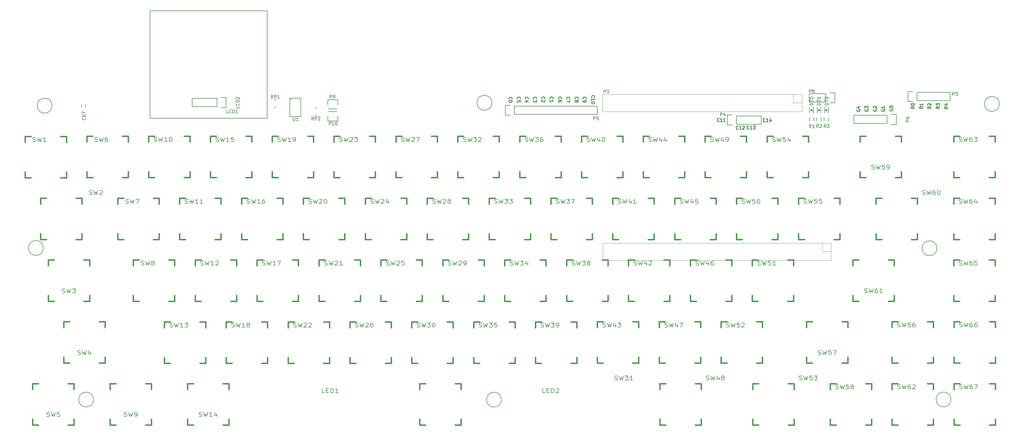
<source format=gto>
G04 #@! TF.FileFunction,Legend,Top*
%FSLAX46Y46*%
G04 Gerber Fmt 4.6, Leading zero omitted, Abs format (unit mm)*
G04 Created by KiCad (PCBNEW 4.0.7) date Fri Feb  9 22:51:10 2018*
%MOMM*%
%LPD*%
G01*
G04 APERTURE LIST*
%ADD10C,0.100000*%
%ADD11C,0.250000*%
%ADD12C,0.150000*%
%ADD13C,0.120000*%
%ADD14C,0.381000*%
%ADD15C,0.203200*%
G04 APERTURE END LIST*
D10*
D11*
X165142857Y115686666D02*
X165095238Y115734285D01*
X165047619Y115877142D01*
X165047619Y115972380D01*
X165095238Y116115238D01*
X165190476Y116210476D01*
X165285714Y116258095D01*
X165476190Y116305714D01*
X165619048Y116305714D01*
X165809524Y116258095D01*
X165904762Y116210476D01*
X166000000Y116115238D01*
X166047619Y115972380D01*
X166047619Y115877142D01*
X166000000Y115734285D01*
X165952381Y115686666D01*
X165952381Y115305714D02*
X166000000Y115258095D01*
X166047619Y115162857D01*
X166047619Y114924761D01*
X166000000Y114829523D01*
X165952381Y114781904D01*
X165857143Y114734285D01*
X165761905Y114734285D01*
X165619048Y114781904D01*
X165047619Y115353333D01*
X165047619Y114734285D01*
X155072857Y115596666D02*
X155025238Y115644285D01*
X154977619Y115787142D01*
X154977619Y115882380D01*
X155025238Y116025238D01*
X155120476Y116120476D01*
X155215714Y116168095D01*
X155406190Y116215714D01*
X155549048Y116215714D01*
X155739524Y116168095D01*
X155834762Y116120476D01*
X155930000Y116025238D01*
X155977619Y115882380D01*
X155977619Y115787142D01*
X155930000Y115644285D01*
X155882381Y115596666D01*
X155977619Y114977619D02*
X155977619Y114882380D01*
X155930000Y114787142D01*
X155882381Y114739523D01*
X155787143Y114691904D01*
X155596667Y114644285D01*
X155358571Y114644285D01*
X155168095Y114691904D01*
X155072857Y114739523D01*
X155025238Y114787142D01*
X154977619Y114882380D01*
X154977619Y114977619D01*
X155025238Y115072857D01*
X155072857Y115120476D01*
X155168095Y115168095D01*
X155358571Y115215714D01*
X155596667Y115215714D01*
X155787143Y115168095D01*
X155882381Y115120476D01*
X155930000Y115072857D01*
X155977619Y114977619D01*
X167652857Y115686666D02*
X167605238Y115734285D01*
X167557619Y115877142D01*
X167557619Y115972380D01*
X167605238Y116115238D01*
X167700476Y116210476D01*
X167795714Y116258095D01*
X167986190Y116305714D01*
X168129048Y116305714D01*
X168319524Y116258095D01*
X168414762Y116210476D01*
X168510000Y116115238D01*
X168557619Y115972380D01*
X168557619Y115877142D01*
X168510000Y115734285D01*
X168462381Y115686666D01*
X167557619Y114734285D02*
X167557619Y115305714D01*
X167557619Y115020000D02*
X168557619Y115020000D01*
X168414762Y115115238D01*
X168319524Y115210476D01*
X168271905Y115305714D01*
X162592857Y115646666D02*
X162545238Y115694285D01*
X162497619Y115837142D01*
X162497619Y115932380D01*
X162545238Y116075238D01*
X162640476Y116170476D01*
X162735714Y116218095D01*
X162926190Y116265714D01*
X163069048Y116265714D01*
X163259524Y116218095D01*
X163354762Y116170476D01*
X163450000Y116075238D01*
X163497619Y115932380D01*
X163497619Y115837142D01*
X163450000Y115694285D01*
X163402381Y115646666D01*
X163497619Y115313333D02*
X163497619Y114694285D01*
X163116667Y115027619D01*
X163116667Y114884761D01*
X163069048Y114789523D01*
X163021429Y114741904D01*
X162926190Y114694285D01*
X162688095Y114694285D01*
X162592857Y114741904D01*
X162545238Y114789523D01*
X162497619Y114884761D01*
X162497619Y115170476D01*
X162545238Y115265714D01*
X162592857Y115313333D01*
X160042857Y115646666D02*
X159995238Y115694285D01*
X159947619Y115837142D01*
X159947619Y115932380D01*
X159995238Y116075238D01*
X160090476Y116170476D01*
X160185714Y116218095D01*
X160376190Y116265714D01*
X160519048Y116265714D01*
X160709524Y116218095D01*
X160804762Y116170476D01*
X160900000Y116075238D01*
X160947619Y115932380D01*
X160947619Y115837142D01*
X160900000Y115694285D01*
X160852381Y115646666D01*
X160614286Y114789523D02*
X159947619Y114789523D01*
X160995238Y115027619D02*
X160280952Y115265714D01*
X160280952Y114646666D01*
X157582857Y115646666D02*
X157535238Y115694285D01*
X157487619Y115837142D01*
X157487619Y115932380D01*
X157535238Y116075238D01*
X157630476Y116170476D01*
X157725714Y116218095D01*
X157916190Y116265714D01*
X158059048Y116265714D01*
X158249524Y116218095D01*
X158344762Y116170476D01*
X158440000Y116075238D01*
X158487619Y115932380D01*
X158487619Y115837142D01*
X158440000Y115694285D01*
X158392381Y115646666D01*
X158487619Y114741904D02*
X158487619Y115218095D01*
X158011429Y115265714D01*
X158059048Y115218095D01*
X158106667Y115122857D01*
X158106667Y114884761D01*
X158059048Y114789523D01*
X158011429Y114741904D01*
X157916190Y114694285D01*
X157678095Y114694285D01*
X157582857Y114741904D01*
X157535238Y114789523D01*
X157487619Y114884761D01*
X157487619Y115122857D01*
X157535238Y115218095D01*
X157582857Y115265714D01*
X170282857Y115686666D02*
X170235238Y115734285D01*
X170187619Y115877142D01*
X170187619Y115972380D01*
X170235238Y116115238D01*
X170330476Y116210476D01*
X170425714Y116258095D01*
X170616190Y116305714D01*
X170759048Y116305714D01*
X170949524Y116258095D01*
X171044762Y116210476D01*
X171140000Y116115238D01*
X171187619Y115972380D01*
X171187619Y115877142D01*
X171140000Y115734285D01*
X171092381Y115686666D01*
X171187619Y114829523D02*
X171187619Y115020000D01*
X171140000Y115115238D01*
X171092381Y115162857D01*
X170949524Y115258095D01*
X170759048Y115305714D01*
X170378095Y115305714D01*
X170282857Y115258095D01*
X170235238Y115210476D01*
X170187619Y115115238D01*
X170187619Y114924761D01*
X170235238Y114829523D01*
X170282857Y114781904D01*
X170378095Y114734285D01*
X170616190Y114734285D01*
X170711429Y114781904D01*
X170759048Y114829523D01*
X170806667Y114924761D01*
X170806667Y115115238D01*
X170759048Y115210476D01*
X170711429Y115258095D01*
X170616190Y115305714D01*
X172792857Y115646666D02*
X172745238Y115694285D01*
X172697619Y115837142D01*
X172697619Y115932380D01*
X172745238Y116075238D01*
X172840476Y116170476D01*
X172935714Y116218095D01*
X173126190Y116265714D01*
X173269048Y116265714D01*
X173459524Y116218095D01*
X173554762Y116170476D01*
X173650000Y116075238D01*
X173697619Y115932380D01*
X173697619Y115837142D01*
X173650000Y115694285D01*
X173602381Y115646666D01*
X173697619Y115313333D02*
X173697619Y114646666D01*
X172697619Y115075238D01*
X175342857Y115646666D02*
X175295238Y115694285D01*
X175247619Y115837142D01*
X175247619Y115932380D01*
X175295238Y116075238D01*
X175390476Y116170476D01*
X175485714Y116218095D01*
X175676190Y116265714D01*
X175819048Y116265714D01*
X176009524Y116218095D01*
X176104762Y116170476D01*
X176200000Y116075238D01*
X176247619Y115932380D01*
X176247619Y115837142D01*
X176200000Y115694285D01*
X176152381Y115646666D01*
X175819048Y115075238D02*
X175866667Y115170476D01*
X175914286Y115218095D01*
X176009524Y115265714D01*
X176057143Y115265714D01*
X176152381Y115218095D01*
X176200000Y115170476D01*
X176247619Y115075238D01*
X176247619Y114884761D01*
X176200000Y114789523D01*
X176152381Y114741904D01*
X176057143Y114694285D01*
X176009524Y114694285D01*
X175914286Y114741904D01*
X175866667Y114789523D01*
X175819048Y114884761D01*
X175819048Y115075238D01*
X175771429Y115170476D01*
X175723810Y115218095D01*
X175628571Y115265714D01*
X175438095Y115265714D01*
X175342857Y115218095D01*
X175295238Y115170476D01*
X175247619Y115075238D01*
X175247619Y114884761D01*
X175295238Y114789523D01*
X175342857Y114741904D01*
X175438095Y114694285D01*
X175628571Y114694285D01*
X175723810Y114741904D01*
X175771429Y114789523D01*
X175819048Y114884761D01*
X177812857Y115646666D02*
X177765238Y115694285D01*
X177717619Y115837142D01*
X177717619Y115932380D01*
X177765238Y116075238D01*
X177860476Y116170476D01*
X177955714Y116218095D01*
X178146190Y116265714D01*
X178289048Y116265714D01*
X178479524Y116218095D01*
X178574762Y116170476D01*
X178670000Y116075238D01*
X178717619Y115932380D01*
X178717619Y115837142D01*
X178670000Y115694285D01*
X178622381Y115646666D01*
X177717619Y115170476D02*
X177717619Y114980000D01*
X177765238Y114884761D01*
X177812857Y114837142D01*
X177955714Y114741904D01*
X178146190Y114694285D01*
X178527143Y114694285D01*
X178622381Y114741904D01*
X178670000Y114789523D01*
X178717619Y114884761D01*
X178717619Y115075238D01*
X178670000Y115170476D01*
X178622381Y115218095D01*
X178527143Y115265714D01*
X178289048Y115265714D01*
X178193810Y115218095D01*
X178146190Y115170476D01*
X178098571Y115075238D01*
X178098571Y114884761D01*
X178146190Y114789523D01*
X178193810Y114741904D01*
X178289048Y114694285D01*
X180442857Y116122857D02*
X180395238Y116170476D01*
X180347619Y116313333D01*
X180347619Y116408571D01*
X180395238Y116551429D01*
X180490476Y116646667D01*
X180585714Y116694286D01*
X180776190Y116741905D01*
X180919048Y116741905D01*
X181109524Y116694286D01*
X181204762Y116646667D01*
X181300000Y116551429D01*
X181347619Y116408571D01*
X181347619Y116313333D01*
X181300000Y116170476D01*
X181252381Y116122857D01*
X180347619Y115170476D02*
X180347619Y115741905D01*
X180347619Y115456191D02*
X181347619Y115456191D01*
X181204762Y115551429D01*
X181109524Y115646667D01*
X181061905Y115741905D01*
X181347619Y114551429D02*
X181347619Y114456190D01*
X181300000Y114360952D01*
X181252381Y114313333D01*
X181157143Y114265714D01*
X180966667Y114218095D01*
X180728571Y114218095D01*
X180538095Y114265714D01*
X180442857Y114313333D01*
X180395238Y114360952D01*
X180347619Y114456190D01*
X180347619Y114551429D01*
X180395238Y114646667D01*
X180442857Y114694286D01*
X180538095Y114741905D01*
X180728571Y114789524D01*
X180966667Y114789524D01*
X181157143Y114741905D01*
X181252381Y114694286D01*
X181300000Y114646667D01*
X181347619Y114551429D01*
X261840000Y112375715D02*
X261792381Y112280477D01*
X261792381Y112137620D01*
X261840000Y111994762D01*
X261935238Y111899524D01*
X262030476Y111851905D01*
X262220952Y111804286D01*
X262363810Y111804286D01*
X262554286Y111851905D01*
X262649524Y111899524D01*
X262744762Y111994762D01*
X262792381Y112137620D01*
X262792381Y112232858D01*
X262744762Y112375715D01*
X262697143Y112423334D01*
X262363810Y112423334D01*
X262363810Y112232858D01*
X262125714Y113280477D02*
X262792381Y113280477D01*
X261744762Y113042381D02*
X262459048Y112804286D01*
X262459048Y113423334D01*
X264340000Y112425715D02*
X264292381Y112330477D01*
X264292381Y112187620D01*
X264340000Y112044762D01*
X264435238Y111949524D01*
X264530476Y111901905D01*
X264720952Y111854286D01*
X264863810Y111854286D01*
X265054286Y111901905D01*
X265149524Y111949524D01*
X265244762Y112044762D01*
X265292381Y112187620D01*
X265292381Y112282858D01*
X265244762Y112425715D01*
X265197143Y112473334D01*
X264863810Y112473334D01*
X264863810Y112282858D01*
X264292381Y112806667D02*
X264292381Y113425715D01*
X264673333Y113092381D01*
X264673333Y113235239D01*
X264720952Y113330477D01*
X264768571Y113378096D01*
X264863810Y113425715D01*
X265101905Y113425715D01*
X265197143Y113378096D01*
X265244762Y113330477D01*
X265292381Y113235239D01*
X265292381Y112949524D01*
X265244762Y112854286D01*
X265197143Y112806667D01*
X266915000Y112425715D02*
X266867381Y112330477D01*
X266867381Y112187620D01*
X266915000Y112044762D01*
X267010238Y111949524D01*
X267105476Y111901905D01*
X267295952Y111854286D01*
X267438810Y111854286D01*
X267629286Y111901905D01*
X267724524Y111949524D01*
X267819762Y112044762D01*
X267867381Y112187620D01*
X267867381Y112282858D01*
X267819762Y112425715D01*
X267772143Y112473334D01*
X267438810Y112473334D01*
X267438810Y112282858D01*
X266962619Y112854286D02*
X266915000Y112901905D01*
X266867381Y112997143D01*
X266867381Y113235239D01*
X266915000Y113330477D01*
X266962619Y113378096D01*
X267057857Y113425715D01*
X267153095Y113425715D01*
X267295952Y113378096D01*
X267867381Y112806667D01*
X267867381Y113425715D01*
X269440000Y112450715D02*
X269392381Y112355477D01*
X269392381Y112212620D01*
X269440000Y112069762D01*
X269535238Y111974524D01*
X269630476Y111926905D01*
X269820952Y111879286D01*
X269963810Y111879286D01*
X270154286Y111926905D01*
X270249524Y111974524D01*
X270344762Y112069762D01*
X270392381Y112212620D01*
X270392381Y112307858D01*
X270344762Y112450715D01*
X270297143Y112498334D01*
X269963810Y112498334D01*
X269963810Y112307858D01*
X270392381Y113450715D02*
X270392381Y112879286D01*
X270392381Y113165000D02*
X269392381Y113165000D01*
X269535238Y113069762D01*
X269630476Y112974524D01*
X269678095Y112879286D01*
X271940000Y112575715D02*
X271892381Y112480477D01*
X271892381Y112337620D01*
X271940000Y112194762D01*
X272035238Y112099524D01*
X272130476Y112051905D01*
X272320952Y112004286D01*
X272463810Y112004286D01*
X272654286Y112051905D01*
X272749524Y112099524D01*
X272844762Y112194762D01*
X272892381Y112337620D01*
X272892381Y112432858D01*
X272844762Y112575715D01*
X272797143Y112623334D01*
X272463810Y112623334D01*
X272463810Y112432858D01*
X271892381Y113242381D02*
X271892381Y113337620D01*
X271940000Y113432858D01*
X271987619Y113480477D01*
X272082857Y113528096D01*
X272273333Y113575715D01*
X272511429Y113575715D01*
X272701905Y113528096D01*
X272797143Y113480477D01*
X272844762Y113432858D01*
X272892381Y113337620D01*
X272892381Y113242381D01*
X272844762Y113147143D01*
X272797143Y113099524D01*
X272701905Y113051905D01*
X272511429Y113004286D01*
X272273333Y113004286D01*
X272082857Y113051905D01*
X271987619Y113099524D01*
X271940000Y113147143D01*
X271892381Y113242381D01*
X219547143Y108852857D02*
X219499524Y108805238D01*
X219356667Y108757619D01*
X219261429Y108757619D01*
X219118571Y108805238D01*
X219023333Y108900476D01*
X218975714Y108995714D01*
X218928095Y109186190D01*
X218928095Y109329048D01*
X218975714Y109519524D01*
X219023333Y109614762D01*
X219118571Y109710000D01*
X219261429Y109757619D01*
X219356667Y109757619D01*
X219499524Y109710000D01*
X219547143Y109662381D01*
X220499524Y108757619D02*
X219928095Y108757619D01*
X220213809Y108757619D02*
X220213809Y109757619D01*
X220118571Y109614762D01*
X220023333Y109519524D01*
X219928095Y109471905D01*
X221451905Y108757619D02*
X220880476Y108757619D01*
X221166190Y108757619D02*
X221166190Y109757619D01*
X221070952Y109614762D01*
X220975714Y109519524D01*
X220880476Y109471905D01*
X225397143Y106472857D02*
X225349524Y106425238D01*
X225206667Y106377619D01*
X225111429Y106377619D01*
X224968571Y106425238D01*
X224873333Y106520476D01*
X224825714Y106615714D01*
X224778095Y106806190D01*
X224778095Y106949048D01*
X224825714Y107139524D01*
X224873333Y107234762D01*
X224968571Y107330000D01*
X225111429Y107377619D01*
X225206667Y107377619D01*
X225349524Y107330000D01*
X225397143Y107282381D01*
X226349524Y106377619D02*
X225778095Y106377619D01*
X226063809Y106377619D02*
X226063809Y107377619D01*
X225968571Y107234762D01*
X225873333Y107139524D01*
X225778095Y107091905D01*
X226730476Y107282381D02*
X226778095Y107330000D01*
X226873333Y107377619D01*
X227111429Y107377619D01*
X227206667Y107330000D01*
X227254286Y107282381D01*
X227301905Y107187143D01*
X227301905Y107091905D01*
X227254286Y106949048D01*
X226682857Y106377619D01*
X227301905Y106377619D01*
X228707143Y106552857D02*
X228659524Y106505238D01*
X228516667Y106457619D01*
X228421429Y106457619D01*
X228278571Y106505238D01*
X228183333Y106600476D01*
X228135714Y106695714D01*
X228088095Y106886190D01*
X228088095Y107029048D01*
X228135714Y107219524D01*
X228183333Y107314762D01*
X228278571Y107410000D01*
X228421429Y107457619D01*
X228516667Y107457619D01*
X228659524Y107410000D01*
X228707143Y107362381D01*
X229659524Y106457619D02*
X229088095Y106457619D01*
X229373809Y106457619D02*
X229373809Y107457619D01*
X229278571Y107314762D01*
X229183333Y107219524D01*
X229088095Y107171905D01*
X229992857Y107457619D02*
X230611905Y107457619D01*
X230278571Y107076667D01*
X230421429Y107076667D01*
X230516667Y107029048D01*
X230564286Y106981429D01*
X230611905Y106886190D01*
X230611905Y106648095D01*
X230564286Y106552857D01*
X230516667Y106505238D01*
X230421429Y106457619D01*
X230135714Y106457619D01*
X230040476Y106505238D01*
X229992857Y106552857D01*
X233697143Y108772857D02*
X233649524Y108725238D01*
X233506667Y108677619D01*
X233411429Y108677619D01*
X233268571Y108725238D01*
X233173333Y108820476D01*
X233125714Y108915714D01*
X233078095Y109106190D01*
X233078095Y109249048D01*
X233125714Y109439524D01*
X233173333Y109534762D01*
X233268571Y109630000D01*
X233411429Y109677619D01*
X233506667Y109677619D01*
X233649524Y109630000D01*
X233697143Y109582381D01*
X234649524Y108677619D02*
X234078095Y108677619D01*
X234363809Y108677619D02*
X234363809Y109677619D01*
X234268571Y109534762D01*
X234173333Y109439524D01*
X234078095Y109391905D01*
X235506667Y109344286D02*
X235506667Y108677619D01*
X235268571Y109725238D02*
X235030476Y109010952D01*
X235649524Y109010952D01*
X279517381Y113398334D02*
X279041190Y113065000D01*
X279517381Y112826905D02*
X278517381Y112826905D01*
X278517381Y113207858D01*
X278565000Y113303096D01*
X278612619Y113350715D01*
X278707857Y113398334D01*
X278850714Y113398334D01*
X278945952Y113350715D01*
X278993571Y113303096D01*
X279041190Y113207858D01*
X279041190Y112826905D01*
X278517381Y114017381D02*
X278517381Y114112620D01*
X278565000Y114207858D01*
X278612619Y114255477D01*
X278707857Y114303096D01*
X278898333Y114350715D01*
X279136429Y114350715D01*
X279326905Y114303096D01*
X279422143Y114255477D01*
X279469762Y114207858D01*
X279517381Y114112620D01*
X279517381Y114017381D01*
X279469762Y113922143D01*
X279422143Y113874524D01*
X279326905Y113826905D01*
X279136429Y113779286D01*
X278898333Y113779286D01*
X278707857Y113826905D01*
X278612619Y113874524D01*
X278565000Y113922143D01*
X278517381Y114017381D01*
X282092381Y113348334D02*
X281616190Y113015000D01*
X282092381Y112776905D02*
X281092381Y112776905D01*
X281092381Y113157858D01*
X281140000Y113253096D01*
X281187619Y113300715D01*
X281282857Y113348334D01*
X281425714Y113348334D01*
X281520952Y113300715D01*
X281568571Y113253096D01*
X281616190Y113157858D01*
X281616190Y112776905D01*
X282092381Y114300715D02*
X282092381Y113729286D01*
X282092381Y114015000D02*
X281092381Y114015000D01*
X281235238Y113919762D01*
X281330476Y113824524D01*
X281378095Y113729286D01*
X284592381Y113323334D02*
X284116190Y112990000D01*
X284592381Y112751905D02*
X283592381Y112751905D01*
X283592381Y113132858D01*
X283640000Y113228096D01*
X283687619Y113275715D01*
X283782857Y113323334D01*
X283925714Y113323334D01*
X284020952Y113275715D01*
X284068571Y113228096D01*
X284116190Y113132858D01*
X284116190Y112751905D01*
X283687619Y113704286D02*
X283640000Y113751905D01*
X283592381Y113847143D01*
X283592381Y114085239D01*
X283640000Y114180477D01*
X283687619Y114228096D01*
X283782857Y114275715D01*
X283878095Y114275715D01*
X284020952Y114228096D01*
X284592381Y113656667D01*
X284592381Y114275715D01*
X287217381Y113348334D02*
X286741190Y113015000D01*
X287217381Y112776905D02*
X286217381Y112776905D01*
X286217381Y113157858D01*
X286265000Y113253096D01*
X286312619Y113300715D01*
X286407857Y113348334D01*
X286550714Y113348334D01*
X286645952Y113300715D01*
X286693571Y113253096D01*
X286741190Y113157858D01*
X286741190Y112776905D01*
X286217381Y113681667D02*
X286217381Y114300715D01*
X286598333Y113967381D01*
X286598333Y114110239D01*
X286645952Y114205477D01*
X286693571Y114253096D01*
X286788810Y114300715D01*
X287026905Y114300715D01*
X287122143Y114253096D01*
X287169762Y114205477D01*
X287217381Y114110239D01*
X287217381Y113824524D01*
X287169762Y113729286D01*
X287122143Y113681667D01*
X289742381Y113298334D02*
X289266190Y112965000D01*
X289742381Y112726905D02*
X288742381Y112726905D01*
X288742381Y113107858D01*
X288790000Y113203096D01*
X288837619Y113250715D01*
X288932857Y113298334D01*
X289075714Y113298334D01*
X289170952Y113250715D01*
X289218571Y113203096D01*
X289266190Y113107858D01*
X289266190Y112726905D01*
X289075714Y114155477D02*
X289742381Y114155477D01*
X288694762Y113917381D02*
X289409048Y113679286D01*
X289409048Y114298334D01*
D12*
X149801000Y114490000D02*
G75*
G03X149801000Y114490000I-2286000J0D01*
G01*
X80810000Y142780000D02*
X80810000Y109780000D01*
X44810000Y142780000D02*
X80810000Y142780000D01*
X44810000Y109780000D02*
X44810000Y142780000D01*
X80810000Y109780000D02*
X44810000Y109780000D01*
X252280000Y117290000D02*
X247200000Y117290000D01*
X247200000Y117290000D02*
X247200000Y114750000D01*
X247200000Y114750000D02*
X252280000Y114750000D01*
X255100000Y114470000D02*
X253550000Y114470000D01*
X252280000Y114750000D02*
X252280000Y117290000D01*
X253550000Y117570000D02*
X255100000Y117570000D01*
X255100000Y117570000D02*
X255100000Y114470000D01*
X224920000Y107900000D02*
X232540000Y107900000D01*
X224920000Y110440000D02*
X232540000Y110440000D01*
X222100000Y110720000D02*
X223650000Y110720000D01*
X232540000Y107900000D02*
X232540000Y110440000D01*
X224920000Y110440000D02*
X224920000Y107900000D01*
X223650000Y107620000D02*
X222100000Y107620000D01*
X222100000Y107620000D02*
X222100000Y110720000D01*
X12026000Y69890000D02*
G75*
G03X12026000Y69890000I-2286000J0D01*
G01*
X286451000Y69815000D02*
G75*
G03X286451000Y69815000I-2286000J0D01*
G01*
X305626000Y114140000D02*
G75*
G03X305626000Y114140000I-2286000J0D01*
G01*
X152726000Y23290000D02*
G75*
G03X152726000Y23290000I-2286000J0D01*
G01*
X290776000Y23340000D02*
G75*
G03X290776000Y23340000I-2286000J0D01*
G01*
X27476000Y23315000D02*
G75*
G03X27476000Y23315000I-2286000J0D01*
G01*
X247420000Y113240700D02*
X247420000Y111340700D01*
X248520000Y113240700D02*
X248520000Y111340700D01*
X247970000Y112340700D02*
X247970000Y111890700D01*
X248220000Y112390700D02*
X247720000Y112390700D01*
X247970000Y112390700D02*
X248220000Y112140700D01*
X248220000Y112140700D02*
X247720000Y112140700D01*
X247720000Y112140700D02*
X247970000Y112390700D01*
X249670000Y113239300D02*
X249670000Y111339300D01*
X250770000Y113239300D02*
X250770000Y111339300D01*
X250220000Y112339300D02*
X250220000Y111889300D01*
X250470000Y112389300D02*
X249970000Y112389300D01*
X250220000Y112389300D02*
X250470000Y112139300D01*
X250470000Y112139300D02*
X249970000Y112139300D01*
X249970000Y112139300D02*
X250220000Y112389300D01*
X251970000Y113240000D02*
X251970000Y111340000D01*
X253070000Y113240000D02*
X253070000Y111340000D01*
X252520000Y112340000D02*
X252520000Y111890000D01*
X252770000Y112390000D02*
X252270000Y112390000D01*
X252520000Y112390000D02*
X252770000Y112140000D01*
X252770000Y112140000D02*
X252270000Y112140000D01*
X252270000Y112140000D02*
X252520000Y112390000D01*
X248645000Y109890000D02*
X248645000Y108890000D01*
X247295000Y108890000D02*
X247295000Y109890000D01*
X250895000Y109890000D02*
X250895000Y108890000D01*
X249545000Y108890000D02*
X249545000Y109890000D01*
X253195000Y109890000D02*
X253195000Y108890000D01*
X251845000Y108890000D02*
X251845000Y109890000D01*
X279070000Y114865000D02*
X277520000Y114865000D01*
X277520000Y114865000D02*
X277520000Y117965000D01*
X277520000Y117965000D02*
X279070000Y117965000D01*
X280340000Y117685000D02*
X290500000Y117685000D01*
X290500000Y117685000D02*
X290500000Y115145000D01*
X290500000Y115145000D02*
X280340000Y115145000D01*
X280340000Y117685000D02*
X280340000Y115145000D01*
X156730000Y113450000D02*
X182130000Y113450000D01*
X182130000Y113450000D02*
X182130000Y110910000D01*
X182130000Y110910000D02*
X156730000Y110910000D01*
X153910000Y113730000D02*
X155460000Y113730000D01*
X156730000Y113450000D02*
X156730000Y110910000D01*
X155460000Y110630000D02*
X153910000Y110630000D01*
X153910000Y110630000D02*
X153910000Y113730000D01*
X14726000Y113590000D02*
G75*
G03X14726000Y113590000I-2286000J0D01*
G01*
X272410000Y110930000D02*
X273960000Y110930000D01*
X273960000Y110930000D02*
X273960000Y107830000D01*
X273960000Y107830000D02*
X272410000Y107830000D01*
X271140000Y108110000D02*
X260980000Y108110000D01*
X260980000Y108110000D02*
X260980000Y110650000D01*
X260980000Y110650000D02*
X271140000Y110650000D01*
X271140000Y108110000D02*
X271140000Y110650000D01*
X23815000Y113165000D02*
X23815000Y113865000D01*
X25015000Y113865000D02*
X25015000Y113165000D01*
X83520000Y115385000D02*
X83020000Y115385000D01*
X83520000Y113035000D02*
X83020000Y113035000D01*
X95500000Y110565000D02*
X96000000Y110565000D01*
X95500000Y112915000D02*
X96000000Y112915000D01*
X88351421Y115540000D02*
G75*
G03X88351421Y115540000I-141421J0D01*
G01*
X91110000Y115940000D02*
X87710000Y115940000D01*
X91110000Y110240000D02*
X91110000Y115940000D01*
X87710000Y110240000D02*
X91110000Y110240000D01*
X87710000Y115940000D02*
X87710000Y110240000D01*
X65380000Y115810000D02*
X57760000Y115810000D01*
X65380000Y113270000D02*
X57760000Y113270000D01*
X68200000Y112990000D02*
X66650000Y112990000D01*
X57760000Y115810000D02*
X57760000Y113270000D01*
X65380000Y113270000D02*
X65380000Y115810000D01*
X66650000Y116090000D02*
X68200000Y116090000D01*
X68200000Y116090000D02*
X68200000Y112990000D01*
X102490000Y115440000D02*
X102490000Y113890000D01*
X99390000Y113890000D02*
X99390000Y115440000D01*
X99390000Y115440000D02*
X102490000Y115440000D01*
X99670000Y112620000D02*
X102210000Y112620000D01*
X99390000Y108920000D02*
X99390000Y110470000D01*
X102490000Y110470000D02*
X102490000Y108920000D01*
X102490000Y108920000D02*
X99390000Y108920000D01*
X102210000Y111740000D02*
X99670000Y111740000D01*
D13*
X242340000Y117120000D02*
X183766158Y117130914D01*
X183776158Y117130914D02*
X183776158Y111810914D01*
X183776158Y111810914D02*
X245000000Y111800000D01*
X245000000Y111800000D02*
X245000000Y114460000D01*
X245000000Y114460000D02*
X242340000Y114460000D01*
X242340000Y114460000D02*
X242340000Y117120000D01*
X242326158Y117120914D02*
X245000000Y117120000D01*
X245000000Y117120000D02*
X244996158Y114440914D01*
X183800000Y71400000D02*
X183800000Y66080000D01*
X249960000Y71400000D02*
X183800000Y71400000D01*
X183800000Y66080000D02*
X253886158Y66080914D01*
X253890000Y66080000D02*
X253890000Y68740000D01*
X249936158Y71400914D02*
X253890000Y71400000D01*
X253890000Y68740000D02*
X251230000Y68740000D01*
X251230000Y68740000D02*
X251230000Y71400000D01*
X253890000Y71400000D02*
X253896158Y68710914D01*
D14*
X291675000Y28225000D02*
X293453000Y28225000D01*
X302597000Y28225000D02*
X304375000Y28225000D01*
X304375000Y28225000D02*
X304375000Y26447000D01*
X304375000Y17303000D02*
X304375000Y15525000D01*
X304375000Y15525000D02*
X302597000Y15525000D01*
X293453000Y15525000D02*
X291675000Y15525000D01*
X291675000Y15525000D02*
X291675000Y17303000D01*
X291675000Y26447000D02*
X291675000Y28225000D01*
X291660000Y47240000D02*
X293438000Y47240000D01*
X302582000Y47240000D02*
X304360000Y47240000D01*
X304360000Y47240000D02*
X304360000Y45462000D01*
X304360000Y36318000D02*
X304360000Y34540000D01*
X304360000Y34540000D02*
X302582000Y34540000D01*
X293438000Y34540000D02*
X291660000Y34540000D01*
X291660000Y34540000D02*
X291660000Y36318000D01*
X291660000Y45462000D02*
X291660000Y47240000D01*
X291640000Y66215000D02*
X293418000Y66215000D01*
X302562000Y66215000D02*
X304340000Y66215000D01*
X304340000Y66215000D02*
X304340000Y64437000D01*
X304340000Y55293000D02*
X304340000Y53515000D01*
X304340000Y53515000D02*
X302562000Y53515000D01*
X293418000Y53515000D02*
X291640000Y53515000D01*
X291640000Y53515000D02*
X291640000Y55293000D01*
X291640000Y64437000D02*
X291640000Y66215000D01*
X291615000Y85215000D02*
X293393000Y85215000D01*
X302537000Y85215000D02*
X304315000Y85215000D01*
X304315000Y85215000D02*
X304315000Y83437000D01*
X304315000Y74293000D02*
X304315000Y72515000D01*
X304315000Y72515000D02*
X302537000Y72515000D01*
X293393000Y72515000D02*
X291615000Y72515000D01*
X291615000Y72515000D02*
X291615000Y74293000D01*
X291615000Y83437000D02*
X291615000Y85215000D01*
X291565000Y104240000D02*
X293343000Y104240000D01*
X302487000Y104240000D02*
X304265000Y104240000D01*
X304265000Y104240000D02*
X304265000Y102462000D01*
X304265000Y93318000D02*
X304265000Y91540000D01*
X304265000Y91540000D02*
X302487000Y91540000D01*
X293343000Y91540000D02*
X291565000Y91540000D01*
X291565000Y91540000D02*
X291565000Y93318000D01*
X291565000Y102462000D02*
X291565000Y104240000D01*
X253670000Y28240000D02*
X255448000Y28240000D01*
X264592000Y28240000D02*
X266370000Y28240000D01*
X266370000Y28240000D02*
X266370000Y26462000D01*
X266370000Y17318000D02*
X266370000Y15540000D01*
X266370000Y15540000D02*
X264592000Y15540000D01*
X255448000Y15540000D02*
X253670000Y15540000D01*
X253670000Y15540000D02*
X253670000Y17318000D01*
X253670000Y26462000D02*
X253670000Y28240000D01*
X272640000Y47240000D02*
X274418000Y47240000D01*
X283562000Y47240000D02*
X285340000Y47240000D01*
X285340000Y47240000D02*
X285340000Y45462000D01*
X285340000Y36318000D02*
X285340000Y34540000D01*
X285340000Y34540000D02*
X283562000Y34540000D01*
X274418000Y34540000D02*
X272640000Y34540000D01*
X272640000Y34540000D02*
X272640000Y36318000D01*
X272640000Y45462000D02*
X272640000Y47240000D01*
X243910000Y85200000D02*
X245688000Y85200000D01*
X254832000Y85200000D02*
X256610000Y85200000D01*
X256610000Y85200000D02*
X256610000Y83422000D01*
X256610000Y74278000D02*
X256610000Y72500000D01*
X256610000Y72500000D02*
X254832000Y72500000D01*
X245688000Y72500000D02*
X243910000Y72500000D01*
X243910000Y72500000D02*
X243910000Y74278000D01*
X243910000Y83422000D02*
X243910000Y85200000D01*
X220160000Y47215000D02*
X221938000Y47215000D01*
X231082000Y47215000D02*
X232860000Y47215000D01*
X232860000Y47215000D02*
X232860000Y45437000D01*
X232860000Y36293000D02*
X232860000Y34515000D01*
X232860000Y34515000D02*
X231082000Y34515000D01*
X221938000Y34515000D02*
X220160000Y34515000D01*
X220160000Y34515000D02*
X220160000Y36293000D01*
X220160000Y45437000D02*
X220160000Y47215000D01*
X224910000Y85200000D02*
X226688000Y85200000D01*
X235832000Y85200000D02*
X237610000Y85200000D01*
X237610000Y85200000D02*
X237610000Y83422000D01*
X237610000Y74278000D02*
X237610000Y72500000D01*
X237610000Y72500000D02*
X235832000Y72500000D01*
X226688000Y72500000D02*
X224910000Y72500000D01*
X224910000Y72500000D02*
X224910000Y74278000D01*
X224910000Y83422000D02*
X224910000Y85200000D01*
X215270000Y104200000D02*
X217048000Y104200000D01*
X226192000Y104200000D02*
X227970000Y104200000D01*
X227970000Y104200000D02*
X227970000Y102422000D01*
X227970000Y93278000D02*
X227970000Y91500000D01*
X227970000Y91500000D02*
X226192000Y91500000D01*
X217048000Y91500000D02*
X215270000Y91500000D01*
X215270000Y91500000D02*
X215270000Y93278000D01*
X215270000Y102422000D02*
X215270000Y104200000D01*
X201160000Y47220000D02*
X202938000Y47220000D01*
X212082000Y47220000D02*
X213860000Y47220000D01*
X213860000Y47220000D02*
X213860000Y45442000D01*
X213860000Y36298000D02*
X213860000Y34520000D01*
X213860000Y34520000D02*
X212082000Y34520000D01*
X202938000Y34520000D02*
X201160000Y34520000D01*
X201160000Y34520000D02*
X201160000Y36298000D01*
X201160000Y45442000D02*
X201160000Y47220000D01*
X210710000Y66210000D02*
X212488000Y66210000D01*
X221632000Y66210000D02*
X223410000Y66210000D01*
X223410000Y66210000D02*
X223410000Y64432000D01*
X223410000Y55288000D02*
X223410000Y53510000D01*
X223410000Y53510000D02*
X221632000Y53510000D01*
X212488000Y53510000D02*
X210710000Y53510000D01*
X210710000Y53510000D02*
X210710000Y55288000D01*
X210710000Y64432000D02*
X210710000Y66210000D01*
X205910000Y85210000D02*
X207688000Y85210000D01*
X216832000Y85210000D02*
X218610000Y85210000D01*
X218610000Y85210000D02*
X218610000Y83432000D01*
X218610000Y74288000D02*
X218610000Y72510000D01*
X218610000Y72510000D02*
X216832000Y72510000D01*
X207688000Y72510000D02*
X205910000Y72510000D01*
X205910000Y72510000D02*
X205910000Y74288000D01*
X205910000Y83432000D02*
X205910000Y85210000D01*
X196260000Y104200000D02*
X198038000Y104200000D01*
X207182000Y104200000D02*
X208960000Y104200000D01*
X208960000Y104200000D02*
X208960000Y102422000D01*
X208960000Y93278000D02*
X208960000Y91500000D01*
X208960000Y91500000D02*
X207182000Y91500000D01*
X198038000Y91500000D02*
X196260000Y91500000D01*
X196260000Y91500000D02*
X196260000Y93278000D01*
X196260000Y102422000D02*
X196260000Y104200000D01*
X182160000Y47220000D02*
X183938000Y47220000D01*
X193082000Y47220000D02*
X194860000Y47220000D01*
X194860000Y47220000D02*
X194860000Y45442000D01*
X194860000Y36298000D02*
X194860000Y34520000D01*
X194860000Y34520000D02*
X193082000Y34520000D01*
X183938000Y34520000D02*
X182160000Y34520000D01*
X182160000Y34520000D02*
X182160000Y36298000D01*
X182160000Y45442000D02*
X182160000Y47220000D01*
X191710000Y66210000D02*
X193488000Y66210000D01*
X202632000Y66210000D02*
X204410000Y66210000D01*
X204410000Y66210000D02*
X204410000Y64432000D01*
X204410000Y55288000D02*
X204410000Y53510000D01*
X204410000Y53510000D02*
X202632000Y53510000D01*
X193488000Y53510000D02*
X191710000Y53510000D01*
X191710000Y53510000D02*
X191710000Y55288000D01*
X191710000Y64432000D02*
X191710000Y66210000D01*
X177280000Y104200000D02*
X179058000Y104200000D01*
X188202000Y104200000D02*
X189980000Y104200000D01*
X189980000Y104200000D02*
X189980000Y102422000D01*
X189980000Y93278000D02*
X189980000Y91500000D01*
X189980000Y91500000D02*
X188202000Y91500000D01*
X179058000Y91500000D02*
X177280000Y91500000D01*
X177280000Y91500000D02*
X177280000Y93278000D01*
X177280000Y102422000D02*
X177280000Y104200000D01*
X163160000Y47210000D02*
X164938000Y47210000D01*
X174082000Y47210000D02*
X175860000Y47210000D01*
X175860000Y47210000D02*
X175860000Y45432000D01*
X175860000Y36288000D02*
X175860000Y34510000D01*
X175860000Y34510000D02*
X174082000Y34510000D01*
X164938000Y34510000D02*
X163160000Y34510000D01*
X163160000Y34510000D02*
X163160000Y36288000D01*
X163160000Y45432000D02*
X163160000Y47210000D01*
X167910000Y85210000D02*
X169688000Y85210000D01*
X178832000Y85210000D02*
X180610000Y85210000D01*
X180610000Y85210000D02*
X180610000Y83432000D01*
X180610000Y74288000D02*
X180610000Y72510000D01*
X180610000Y72510000D02*
X178832000Y72510000D01*
X169688000Y72510000D02*
X167910000Y72510000D01*
X167910000Y72510000D02*
X167910000Y74288000D01*
X167910000Y83432000D02*
X167910000Y85210000D01*
X144160000Y47210000D02*
X145938000Y47210000D01*
X155082000Y47210000D02*
X156860000Y47210000D01*
X156860000Y47210000D02*
X156860000Y45432000D01*
X156860000Y36288000D02*
X156860000Y34510000D01*
X156860000Y34510000D02*
X155082000Y34510000D01*
X145938000Y34510000D02*
X144160000Y34510000D01*
X144160000Y34510000D02*
X144160000Y36288000D01*
X144160000Y45432000D02*
X144160000Y47210000D01*
X153710000Y66210000D02*
X155488000Y66210000D01*
X164632000Y66210000D02*
X166410000Y66210000D01*
X166410000Y66210000D02*
X166410000Y64432000D01*
X166410000Y55288000D02*
X166410000Y53510000D01*
X166410000Y53510000D02*
X164632000Y53510000D01*
X155488000Y53510000D02*
X153710000Y53510000D01*
X153710000Y53510000D02*
X153710000Y55288000D01*
X153710000Y64432000D02*
X153710000Y66210000D01*
X148910000Y85210000D02*
X150688000Y85210000D01*
X159832000Y85210000D02*
X161610000Y85210000D01*
X161610000Y85210000D02*
X161610000Y83432000D01*
X161610000Y74288000D02*
X161610000Y72510000D01*
X161610000Y72510000D02*
X159832000Y72510000D01*
X150688000Y72510000D02*
X148910000Y72510000D01*
X148910000Y72510000D02*
X148910000Y74288000D01*
X148910000Y83432000D02*
X148910000Y85210000D01*
X125150000Y47200000D02*
X126928000Y47200000D01*
X136072000Y47200000D02*
X137850000Y47200000D01*
X137850000Y47200000D02*
X137850000Y45422000D01*
X137850000Y36278000D02*
X137850000Y34500000D01*
X137850000Y34500000D02*
X136072000Y34500000D01*
X126928000Y34500000D02*
X125150000Y34500000D01*
X125150000Y34500000D02*
X125150000Y36278000D01*
X125150000Y45422000D02*
X125150000Y47200000D01*
X134710000Y66210000D02*
X136488000Y66210000D01*
X145632000Y66210000D02*
X147410000Y66210000D01*
X147410000Y66210000D02*
X147410000Y64432000D01*
X147410000Y55288000D02*
X147410000Y53510000D01*
X147410000Y53510000D02*
X145632000Y53510000D01*
X136488000Y53510000D02*
X134710000Y53510000D01*
X134710000Y53510000D02*
X134710000Y55288000D01*
X134710000Y64432000D02*
X134710000Y66210000D01*
X129910000Y85210000D02*
X131688000Y85210000D01*
X140832000Y85210000D02*
X142610000Y85210000D01*
X142610000Y85210000D02*
X142610000Y83432000D01*
X142610000Y74288000D02*
X142610000Y72510000D01*
X142610000Y72510000D02*
X140832000Y72510000D01*
X131688000Y72510000D02*
X129910000Y72510000D01*
X129910000Y72510000D02*
X129910000Y74288000D01*
X129910000Y83432000D02*
X129910000Y85210000D01*
X120300000Y104200000D02*
X122078000Y104200000D01*
X131222000Y104200000D02*
X133000000Y104200000D01*
X133000000Y104200000D02*
X133000000Y102422000D01*
X133000000Y93278000D02*
X133000000Y91500000D01*
X133000000Y91500000D02*
X131222000Y91500000D01*
X122078000Y91500000D02*
X120300000Y91500000D01*
X120300000Y91500000D02*
X120300000Y93278000D01*
X120300000Y102422000D02*
X120300000Y104200000D01*
X106150000Y47200000D02*
X107928000Y47200000D01*
X117072000Y47200000D02*
X118850000Y47200000D01*
X118850000Y47200000D02*
X118850000Y45422000D01*
X118850000Y36278000D02*
X118850000Y34500000D01*
X118850000Y34500000D02*
X117072000Y34500000D01*
X107928000Y34500000D02*
X106150000Y34500000D01*
X106150000Y34500000D02*
X106150000Y36278000D01*
X106150000Y45422000D02*
X106150000Y47200000D01*
X115700000Y66210000D02*
X117478000Y66210000D01*
X126622000Y66210000D02*
X128400000Y66210000D01*
X128400000Y66210000D02*
X128400000Y64432000D01*
X128400000Y55288000D02*
X128400000Y53510000D01*
X128400000Y53510000D02*
X126622000Y53510000D01*
X117478000Y53510000D02*
X115700000Y53510000D01*
X115700000Y53510000D02*
X115700000Y55288000D01*
X115700000Y64432000D02*
X115700000Y66210000D01*
X110910000Y85210000D02*
X112688000Y85210000D01*
X121832000Y85210000D02*
X123610000Y85210000D01*
X123610000Y85210000D02*
X123610000Y83432000D01*
X123610000Y74288000D02*
X123610000Y72510000D01*
X123610000Y72510000D02*
X121832000Y72510000D01*
X112688000Y72510000D02*
X110910000Y72510000D01*
X110910000Y72510000D02*
X110910000Y74288000D01*
X110910000Y83432000D02*
X110910000Y85210000D01*
X96700000Y66210000D02*
X98478000Y66210000D01*
X107622000Y66210000D02*
X109400000Y66210000D01*
X109400000Y66210000D02*
X109400000Y64432000D01*
X109400000Y55288000D02*
X109400000Y53510000D01*
X109400000Y53510000D02*
X107622000Y53510000D01*
X98478000Y53510000D02*
X96700000Y53510000D01*
X96700000Y53510000D02*
X96700000Y55288000D01*
X96700000Y64432000D02*
X96700000Y66210000D01*
X91910000Y85210000D02*
X93688000Y85210000D01*
X102832000Y85210000D02*
X104610000Y85210000D01*
X104610000Y85210000D02*
X104610000Y83432000D01*
X104610000Y74288000D02*
X104610000Y72510000D01*
X104610000Y72510000D02*
X102832000Y72510000D01*
X93688000Y72510000D02*
X91910000Y72510000D01*
X91910000Y72510000D02*
X91910000Y74288000D01*
X91910000Y83432000D02*
X91910000Y85210000D01*
X68210000Y47210000D02*
X69988000Y47210000D01*
X79132000Y47210000D02*
X80910000Y47210000D01*
X80910000Y47210000D02*
X80910000Y45432000D01*
X80910000Y36288000D02*
X80910000Y34510000D01*
X80910000Y34510000D02*
X79132000Y34510000D01*
X69988000Y34510000D02*
X68210000Y34510000D01*
X68210000Y34510000D02*
X68210000Y36288000D01*
X68210000Y45432000D02*
X68210000Y47210000D01*
X77680000Y66210000D02*
X79458000Y66210000D01*
X88602000Y66210000D02*
X90380000Y66210000D01*
X90380000Y66210000D02*
X90380000Y64432000D01*
X90380000Y55288000D02*
X90380000Y53510000D01*
X90380000Y53510000D02*
X88602000Y53510000D01*
X79458000Y53510000D02*
X77680000Y53510000D01*
X77680000Y53510000D02*
X77680000Y55288000D01*
X77680000Y64432000D02*
X77680000Y66210000D01*
X72910000Y85210000D02*
X74688000Y85210000D01*
X83832000Y85210000D02*
X85610000Y85210000D01*
X85610000Y85210000D02*
X85610000Y83432000D01*
X85610000Y74288000D02*
X85610000Y72510000D01*
X85610000Y72510000D02*
X83832000Y72510000D01*
X74688000Y72510000D02*
X72910000Y72510000D01*
X72910000Y72510000D02*
X72910000Y74288000D01*
X72910000Y83432000D02*
X72910000Y85210000D01*
X63350000Y104200000D02*
X65128000Y104200000D01*
X74272000Y104200000D02*
X76050000Y104200000D01*
X76050000Y104200000D02*
X76050000Y102422000D01*
X76050000Y93278000D02*
X76050000Y91500000D01*
X76050000Y91500000D02*
X74272000Y91500000D01*
X65128000Y91500000D02*
X63350000Y91500000D01*
X63350000Y91500000D02*
X63350000Y93278000D01*
X63350000Y102422000D02*
X63350000Y104200000D01*
X49200000Y47200000D02*
X50978000Y47200000D01*
X60122000Y47200000D02*
X61900000Y47200000D01*
X61900000Y47200000D02*
X61900000Y45422000D01*
X61900000Y36278000D02*
X61900000Y34500000D01*
X61900000Y34500000D02*
X60122000Y34500000D01*
X50978000Y34500000D02*
X49200000Y34500000D01*
X49200000Y34500000D02*
X49200000Y36278000D01*
X49200000Y45422000D02*
X49200000Y47200000D01*
X58650000Y66200000D02*
X60428000Y66200000D01*
X69572000Y66200000D02*
X71350000Y66200000D01*
X71350000Y66200000D02*
X71350000Y64422000D01*
X71350000Y55278000D02*
X71350000Y53500000D01*
X71350000Y53500000D02*
X69572000Y53500000D01*
X60428000Y53500000D02*
X58650000Y53500000D01*
X58650000Y53500000D02*
X58650000Y55278000D01*
X58650000Y64422000D02*
X58650000Y66200000D01*
X53880000Y85200000D02*
X55658000Y85200000D01*
X64802000Y85200000D02*
X66580000Y85200000D01*
X66580000Y85200000D02*
X66580000Y83422000D01*
X66580000Y74278000D02*
X66580000Y72500000D01*
X66580000Y72500000D02*
X64802000Y72500000D01*
X55658000Y72500000D02*
X53880000Y72500000D01*
X53880000Y72500000D02*
X53880000Y74278000D01*
X53880000Y83422000D02*
X53880000Y85200000D01*
X44360000Y104220000D02*
X46138000Y104220000D01*
X55282000Y104220000D02*
X57060000Y104220000D01*
X57060000Y104220000D02*
X57060000Y102442000D01*
X57060000Y93298000D02*
X57060000Y91520000D01*
X57060000Y91520000D02*
X55282000Y91520000D01*
X46138000Y91520000D02*
X44360000Y91520000D01*
X44360000Y91520000D02*
X44360000Y93298000D01*
X44360000Y102442000D02*
X44360000Y104220000D01*
X39660000Y66210000D02*
X41438000Y66210000D01*
X50582000Y66210000D02*
X52360000Y66210000D01*
X52360000Y66210000D02*
X52360000Y64432000D01*
X52360000Y55288000D02*
X52360000Y53510000D01*
X52360000Y53510000D02*
X50582000Y53510000D01*
X41438000Y53510000D02*
X39660000Y53510000D01*
X39660000Y53510000D02*
X39660000Y55288000D01*
X39660000Y64432000D02*
X39660000Y66210000D01*
X6420000Y104190000D02*
X8198000Y104190000D01*
X17342000Y104190000D02*
X19120000Y104190000D01*
X19120000Y104190000D02*
X19120000Y102412000D01*
X19120000Y93268000D02*
X19120000Y91490000D01*
X19120000Y91490000D02*
X17342000Y91490000D01*
X8198000Y91490000D02*
X6420000Y91490000D01*
X6420000Y91490000D02*
X6420000Y93268000D01*
X6420000Y102412000D02*
X6420000Y104190000D01*
X234270000Y104200000D02*
X236048000Y104200000D01*
X245192000Y104200000D02*
X246970000Y104200000D01*
X246970000Y104200000D02*
X246970000Y102422000D01*
X246970000Y93278000D02*
X246970000Y91500000D01*
X246970000Y91500000D02*
X245192000Y91500000D01*
X236048000Y91500000D02*
X234270000Y91500000D01*
X234270000Y91500000D02*
X234270000Y93278000D01*
X234270000Y102422000D02*
X234270000Y104200000D01*
X82310000Y104200000D02*
X84088000Y104200000D01*
X93232000Y104200000D02*
X95010000Y104200000D01*
X95010000Y104200000D02*
X95010000Y102422000D01*
X95010000Y93278000D02*
X95010000Y91500000D01*
X95010000Y91500000D02*
X93232000Y91500000D01*
X84088000Y91500000D02*
X82310000Y91500000D01*
X82310000Y91500000D02*
X82310000Y93278000D01*
X82310000Y102422000D02*
X82310000Y104200000D01*
X25380000Y104200000D02*
X27158000Y104200000D01*
X36302000Y104200000D02*
X38080000Y104200000D01*
X38080000Y104200000D02*
X38080000Y102422000D01*
X38080000Y93278000D02*
X38080000Y91500000D01*
X38080000Y91500000D02*
X36302000Y91500000D01*
X27158000Y91500000D02*
X25380000Y91500000D01*
X25380000Y91500000D02*
X25380000Y93278000D01*
X25380000Y102422000D02*
X25380000Y104200000D01*
X34910000Y85210000D02*
X36688000Y85210000D01*
X45832000Y85210000D02*
X47610000Y85210000D01*
X47610000Y85210000D02*
X47610000Y83432000D01*
X47610000Y74288000D02*
X47610000Y72510000D01*
X47610000Y72510000D02*
X45832000Y72510000D01*
X36688000Y72510000D02*
X34910000Y72510000D01*
X34910000Y72510000D02*
X34910000Y74288000D01*
X34910000Y83432000D02*
X34910000Y85210000D01*
X272670000Y28240000D02*
X274448000Y28240000D01*
X283592000Y28240000D02*
X285370000Y28240000D01*
X285370000Y28240000D02*
X285370000Y26462000D01*
X285370000Y17318000D02*
X285370000Y15540000D01*
X285370000Y15540000D02*
X283592000Y15540000D01*
X274448000Y15540000D02*
X272670000Y15540000D01*
X272670000Y15540000D02*
X272670000Y17318000D01*
X272670000Y26462000D02*
X272670000Y28240000D01*
X172710000Y66200000D02*
X174488000Y66200000D01*
X183632000Y66200000D02*
X185410000Y66200000D01*
X185410000Y66200000D02*
X185410000Y64422000D01*
X185410000Y55278000D02*
X185410000Y53500000D01*
X185410000Y53500000D02*
X183632000Y53500000D01*
X174488000Y53500000D02*
X172710000Y53500000D01*
X172710000Y53500000D02*
X172710000Y55278000D01*
X172710000Y64422000D02*
X172710000Y66200000D01*
X158300000Y104200000D02*
X160078000Y104200000D01*
X169222000Y104200000D02*
X171000000Y104200000D01*
X171000000Y104200000D02*
X171000000Y102422000D01*
X171000000Y93278000D02*
X171000000Y91500000D01*
X171000000Y91500000D02*
X169222000Y91500000D01*
X160078000Y91500000D02*
X158300000Y91500000D01*
X158300000Y91500000D02*
X158300000Y93278000D01*
X158300000Y102422000D02*
X158300000Y104200000D01*
X101310000Y104210000D02*
X103088000Y104210000D01*
X112232000Y104210000D02*
X114010000Y104210000D01*
X114010000Y104210000D02*
X114010000Y102432000D01*
X114010000Y93288000D02*
X114010000Y91510000D01*
X114010000Y91510000D02*
X112232000Y91510000D01*
X103088000Y91510000D02*
X101310000Y91510000D01*
X101310000Y91510000D02*
X101310000Y93288000D01*
X101310000Y102432000D02*
X101310000Y104210000D01*
X186910000Y85210000D02*
X188688000Y85210000D01*
X197832000Y85210000D02*
X199610000Y85210000D01*
X199610000Y85210000D02*
X199610000Y83432000D01*
X199610000Y74288000D02*
X199610000Y72510000D01*
X199610000Y72510000D02*
X197832000Y72510000D01*
X188688000Y72510000D02*
X186910000Y72510000D01*
X186910000Y72510000D02*
X186910000Y74288000D01*
X186910000Y83432000D02*
X186910000Y85210000D01*
X87180000Y47200000D02*
X88958000Y47200000D01*
X98102000Y47200000D02*
X99880000Y47200000D01*
X99880000Y47200000D02*
X99880000Y45422000D01*
X99880000Y36278000D02*
X99880000Y34500000D01*
X99880000Y34500000D02*
X98102000Y34500000D01*
X88958000Y34500000D02*
X87180000Y34500000D01*
X87180000Y34500000D02*
X87180000Y36278000D01*
X87180000Y45422000D02*
X87180000Y47200000D01*
X139300000Y104200000D02*
X141078000Y104200000D01*
X150222000Y104200000D02*
X152000000Y104200000D01*
X152000000Y104200000D02*
X152000000Y102422000D01*
X152000000Y93278000D02*
X152000000Y91500000D01*
X152000000Y91500000D02*
X150222000Y91500000D01*
X141078000Y91500000D02*
X139300000Y91500000D01*
X139300000Y91500000D02*
X139300000Y93278000D01*
X139300000Y102422000D02*
X139300000Y104200000D01*
X229710000Y66220000D02*
X231488000Y66220000D01*
X240632000Y66220000D02*
X242410000Y66220000D01*
X242410000Y66220000D02*
X242410000Y64442000D01*
X242410000Y55298000D02*
X242410000Y53520000D01*
X242410000Y53520000D02*
X240632000Y53520000D01*
X231488000Y53520000D02*
X229710000Y53520000D01*
X229710000Y53520000D02*
X229710000Y55298000D01*
X229710000Y64442000D02*
X229710000Y66220000D01*
X11180000Y85200000D02*
X12958000Y85200000D01*
X22102000Y85200000D02*
X23880000Y85200000D01*
X23880000Y85200000D02*
X23880000Y83422000D01*
X23880000Y74278000D02*
X23880000Y72500000D01*
X23880000Y72500000D02*
X22102000Y72500000D01*
X12958000Y72500000D02*
X11180000Y72500000D01*
X11180000Y72500000D02*
X11180000Y74278000D01*
X11180000Y83422000D02*
X11180000Y85200000D01*
X201390000Y28240000D02*
X203168000Y28240000D01*
X212312000Y28240000D02*
X214090000Y28240000D01*
X214090000Y28240000D02*
X214090000Y26462000D01*
X214090000Y17318000D02*
X214090000Y15540000D01*
X214090000Y15540000D02*
X212312000Y15540000D01*
X203168000Y15540000D02*
X201390000Y15540000D01*
X201390000Y15540000D02*
X201390000Y17318000D01*
X201390000Y26462000D02*
X201390000Y28240000D01*
X267735000Y85190000D02*
X269513000Y85190000D01*
X278657000Y85190000D02*
X280435000Y85190000D01*
X280435000Y85190000D02*
X280435000Y83412000D01*
X280435000Y74268000D02*
X280435000Y72490000D01*
X280435000Y72490000D02*
X278657000Y72490000D01*
X269513000Y72490000D02*
X267735000Y72490000D01*
X267735000Y72490000D02*
X267735000Y74268000D01*
X267735000Y83412000D02*
X267735000Y85190000D01*
X229910000Y28240000D02*
X231688000Y28240000D01*
X240832000Y28240000D02*
X242610000Y28240000D01*
X242610000Y28240000D02*
X242610000Y26462000D01*
X242610000Y17318000D02*
X242610000Y15540000D01*
X242610000Y15540000D02*
X240832000Y15540000D01*
X231688000Y15540000D02*
X229910000Y15540000D01*
X229910000Y15540000D02*
X229910000Y17318000D01*
X229910000Y26462000D02*
X229910000Y28240000D01*
X127630000Y28200000D02*
X129408000Y28200000D01*
X138552000Y28200000D02*
X140330000Y28200000D01*
X140330000Y28200000D02*
X140330000Y26422000D01*
X140330000Y17278000D02*
X140330000Y15500000D01*
X140330000Y15500000D02*
X138552000Y15500000D01*
X129408000Y15500000D02*
X127630000Y15500000D01*
X127630000Y15500000D02*
X127630000Y17278000D01*
X127630000Y26422000D02*
X127630000Y28200000D01*
X56280000Y28200000D02*
X58058000Y28200000D01*
X67202000Y28200000D02*
X68980000Y28200000D01*
X68980000Y28200000D02*
X68980000Y26422000D01*
X68980000Y17278000D02*
X68980000Y15500000D01*
X68980000Y15500000D02*
X67202000Y15500000D01*
X58058000Y15500000D02*
X56280000Y15500000D01*
X56280000Y15500000D02*
X56280000Y17278000D01*
X56280000Y26422000D02*
X56280000Y28200000D01*
X32510000Y28210000D02*
X34288000Y28210000D01*
X43432000Y28210000D02*
X45210000Y28210000D01*
X45210000Y28210000D02*
X45210000Y26432000D01*
X45210000Y17288000D02*
X45210000Y15510000D01*
X45210000Y15510000D02*
X43432000Y15510000D01*
X34288000Y15510000D02*
X32510000Y15510000D01*
X32510000Y15510000D02*
X32510000Y17288000D01*
X32510000Y26432000D02*
X32510000Y28210000D01*
X8760000Y28210000D02*
X10538000Y28210000D01*
X19682000Y28210000D02*
X21460000Y28210000D01*
X21460000Y28210000D02*
X21460000Y26432000D01*
X21460000Y17288000D02*
X21460000Y15510000D01*
X21460000Y15510000D02*
X19682000Y15510000D01*
X10538000Y15510000D02*
X8760000Y15510000D01*
X8760000Y15510000D02*
X8760000Y17288000D01*
X8760000Y26432000D02*
X8760000Y28210000D01*
X13520000Y66200000D02*
X15298000Y66200000D01*
X24442000Y66200000D02*
X26220000Y66200000D01*
X26220000Y66200000D02*
X26220000Y64422000D01*
X26220000Y55278000D02*
X26220000Y53500000D01*
X26220000Y53500000D02*
X24442000Y53500000D01*
X15298000Y53500000D02*
X13520000Y53500000D01*
X13520000Y53500000D02*
X13520000Y55278000D01*
X13520000Y64422000D02*
X13520000Y66200000D01*
X246400000Y47225000D02*
X248178000Y47225000D01*
X257322000Y47225000D02*
X259100000Y47225000D01*
X259100000Y47225000D02*
X259100000Y45447000D01*
X259100000Y36303000D02*
X259100000Y34525000D01*
X259100000Y34525000D02*
X257322000Y34525000D01*
X248178000Y34525000D02*
X246400000Y34525000D01*
X246400000Y34525000D02*
X246400000Y36303000D01*
X246400000Y45447000D02*
X246400000Y47225000D01*
X260652000Y66220000D02*
X262430000Y66220000D01*
X271574000Y66220000D02*
X273352000Y66220000D01*
X273352000Y66220000D02*
X273352000Y64442000D01*
X273352000Y55298000D02*
X273352000Y53520000D01*
X273352000Y53520000D02*
X271574000Y53520000D01*
X262430000Y53520000D02*
X260652000Y53520000D01*
X260652000Y53520000D02*
X260652000Y55298000D01*
X260652000Y64442000D02*
X260652000Y66220000D01*
X18288000Y47215000D02*
X20066000Y47215000D01*
X29210000Y47215000D02*
X30988000Y47215000D01*
X30988000Y47215000D02*
X30988000Y45437000D01*
X30988000Y36293000D02*
X30988000Y34515000D01*
X30988000Y34515000D02*
X29210000Y34515000D01*
X20066000Y34515000D02*
X18288000Y34515000D01*
X18288000Y34515000D02*
X18288000Y36293000D01*
X18288000Y45437000D02*
X18288000Y47215000D01*
X262808000Y104215000D02*
X264586000Y104215000D01*
X273730000Y104215000D02*
X275508000Y104215000D01*
X275508000Y104215000D02*
X275508000Y102437000D01*
X275508000Y93293000D02*
X275508000Y91515000D01*
X275508000Y91515000D02*
X273730000Y91515000D01*
X264586000Y91515000D02*
X262808000Y91515000D01*
X262808000Y91515000D02*
X262808000Y93293000D01*
X262808000Y102437000D02*
X262808000Y104215000D01*
D12*
X68898334Y111362619D02*
X68422143Y111362619D01*
X68422143Y112362619D01*
X69803096Y111457857D02*
X69755477Y111410238D01*
X69612620Y111362619D01*
X69517382Y111362619D01*
X69374524Y111410238D01*
X69279286Y111505476D01*
X69231667Y111600714D01*
X69184048Y111791190D01*
X69184048Y111934048D01*
X69231667Y112124524D01*
X69279286Y112219762D01*
X69374524Y112315000D01*
X69517382Y112362619D01*
X69612620Y112362619D01*
X69755477Y112315000D01*
X69803096Y112267381D01*
X70231667Y111362619D02*
X70231667Y112362619D01*
X70469762Y112362619D01*
X70612620Y112315000D01*
X70707858Y112219762D01*
X70755477Y112124524D01*
X70803096Y111934048D01*
X70803096Y111791190D01*
X70755477Y111600714D01*
X70707858Y111505476D01*
X70612620Y111410238D01*
X70469762Y111362619D01*
X70231667Y111362619D01*
X71755477Y111362619D02*
X71184048Y111362619D01*
X71469762Y111362619D02*
X71469762Y112362619D01*
X71374524Y112219762D01*
X71279286Y112124524D01*
X71184048Y112076905D01*
X247211905Y117577619D02*
X247211905Y118577619D01*
X247592858Y118577619D01*
X247688096Y118530000D01*
X247735715Y118482381D01*
X247783334Y118387143D01*
X247783334Y118244286D01*
X247735715Y118149048D01*
X247688096Y118101429D01*
X247592858Y118053810D01*
X247211905Y118053810D01*
X248354762Y118149048D02*
X248259524Y118196667D01*
X248211905Y118244286D01*
X248164286Y118339524D01*
X248164286Y118387143D01*
X248211905Y118482381D01*
X248259524Y118530000D01*
X248354762Y118577619D01*
X248545239Y118577619D01*
X248640477Y118530000D01*
X248688096Y118482381D01*
X248735715Y118387143D01*
X248735715Y118339524D01*
X248688096Y118244286D01*
X248640477Y118196667D01*
X248545239Y118149048D01*
X248354762Y118149048D01*
X248259524Y118101429D01*
X248211905Y118053810D01*
X248164286Y117958571D01*
X248164286Y117768095D01*
X248211905Y117672857D01*
X248259524Y117625238D01*
X248354762Y117577619D01*
X248545239Y117577619D01*
X248640477Y117625238D01*
X248688096Y117672857D01*
X248735715Y117768095D01*
X248735715Y117958571D01*
X248688096Y118053810D01*
X248640477Y118101429D01*
X248545239Y118149048D01*
X219961905Y110397619D02*
X219961905Y111397619D01*
X220342858Y111397619D01*
X220438096Y111350000D01*
X220485715Y111302381D01*
X220533334Y111207143D01*
X220533334Y111064286D01*
X220485715Y110969048D01*
X220438096Y110921429D01*
X220342858Y110873810D01*
X219961905Y110873810D01*
X221390477Y111064286D02*
X221390477Y110397619D01*
X221152381Y111445238D02*
X220914286Y110730952D01*
X221533334Y110730952D01*
X248447381Y113775714D02*
X247447381Y113775714D01*
X247447381Y114013809D01*
X247495000Y114156667D01*
X247590238Y114251905D01*
X247685476Y114299524D01*
X247875952Y114347143D01*
X248018810Y114347143D01*
X248209286Y114299524D01*
X248304524Y114251905D01*
X248399762Y114156667D01*
X248447381Y114013809D01*
X248447381Y113775714D01*
X247447381Y114680476D02*
X247447381Y115347143D01*
X248447381Y114918571D01*
X247447381Y115918571D02*
X247447381Y116013810D01*
X247495000Y116109048D01*
X247542619Y116156667D01*
X247637857Y116204286D01*
X247828333Y116251905D01*
X248066429Y116251905D01*
X248256905Y116204286D01*
X248352143Y116156667D01*
X248399762Y116109048D01*
X248447381Y116013810D01*
X248447381Y115918571D01*
X248399762Y115823333D01*
X248352143Y115775714D01*
X248256905Y115728095D01*
X248066429Y115680476D01*
X247828333Y115680476D01*
X247637857Y115728095D01*
X247542619Y115775714D01*
X247495000Y115823333D01*
X247447381Y115918571D01*
X250722381Y113775714D02*
X249722381Y113775714D01*
X249722381Y114013809D01*
X249770000Y114156667D01*
X249865238Y114251905D01*
X249960476Y114299524D01*
X250150952Y114347143D01*
X250293810Y114347143D01*
X250484286Y114299524D01*
X250579524Y114251905D01*
X250674762Y114156667D01*
X250722381Y114013809D01*
X250722381Y113775714D01*
X249722381Y114680476D02*
X249722381Y115347143D01*
X250722381Y114918571D01*
X250722381Y116251905D02*
X250722381Y115680476D01*
X250722381Y115966190D02*
X249722381Y115966190D01*
X249865238Y115870952D01*
X249960476Y115775714D01*
X250008095Y115680476D01*
X253047381Y113800714D02*
X252047381Y113800714D01*
X252047381Y114038809D01*
X252095000Y114181667D01*
X252190238Y114276905D01*
X252285476Y114324524D01*
X252475952Y114372143D01*
X252618810Y114372143D01*
X252809286Y114324524D01*
X252904524Y114276905D01*
X252999762Y114181667D01*
X253047381Y114038809D01*
X253047381Y113800714D01*
X252047381Y114705476D02*
X252047381Y115372143D01*
X253047381Y114943571D01*
X252142619Y115705476D02*
X252095000Y115753095D01*
X252047381Y115848333D01*
X252047381Y116086429D01*
X252095000Y116181667D01*
X252142619Y116229286D01*
X252237857Y116276905D01*
X252333095Y116276905D01*
X252475952Y116229286D01*
X253047381Y115657857D01*
X253047381Y116276905D01*
X247853334Y106762619D02*
X247520000Y107238810D01*
X247281905Y106762619D02*
X247281905Y107762619D01*
X247662858Y107762619D01*
X247758096Y107715000D01*
X247805715Y107667381D01*
X247853334Y107572143D01*
X247853334Y107429286D01*
X247805715Y107334048D01*
X247758096Y107286429D01*
X247662858Y107238810D01*
X247281905Y107238810D01*
X248805715Y106762619D02*
X248234286Y106762619D01*
X248520000Y106762619D02*
X248520000Y107762619D01*
X248424762Y107619762D01*
X248329524Y107524524D01*
X248234286Y107476905D01*
X250078334Y106837619D02*
X249745000Y107313810D01*
X249506905Y106837619D02*
X249506905Y107837619D01*
X249887858Y107837619D01*
X249983096Y107790000D01*
X250030715Y107742381D01*
X250078334Y107647143D01*
X250078334Y107504286D01*
X250030715Y107409048D01*
X249983096Y107361429D01*
X249887858Y107313810D01*
X249506905Y107313810D01*
X250459286Y107742381D02*
X250506905Y107790000D01*
X250602143Y107837619D01*
X250840239Y107837619D01*
X250935477Y107790000D01*
X250983096Y107742381D01*
X251030715Y107647143D01*
X251030715Y107551905D01*
X250983096Y107409048D01*
X250411667Y106837619D01*
X251030715Y106837619D01*
X252378334Y106837619D02*
X252045000Y107313810D01*
X251806905Y106837619D02*
X251806905Y107837619D01*
X252187858Y107837619D01*
X252283096Y107790000D01*
X252330715Y107742381D01*
X252378334Y107647143D01*
X252378334Y107504286D01*
X252330715Y107409048D01*
X252283096Y107361429D01*
X252187858Y107313810D01*
X251806905Y107313810D01*
X252711667Y107837619D02*
X253330715Y107837619D01*
X252997381Y107456667D01*
X253140239Y107456667D01*
X253235477Y107409048D01*
X253283096Y107361429D01*
X253330715Y107266190D01*
X253330715Y107028095D01*
X253283096Y106932857D01*
X253235477Y106885238D01*
X253140239Y106837619D01*
X252854524Y106837619D01*
X252759286Y106885238D01*
X252711667Y106932857D01*
X291276905Y116687619D02*
X291276905Y117687619D01*
X291657858Y117687619D01*
X291753096Y117640000D01*
X291800715Y117592381D01*
X291848334Y117497143D01*
X291848334Y117354286D01*
X291800715Y117259048D01*
X291753096Y117211429D01*
X291657858Y117163810D01*
X291276905Y117163810D01*
X292181667Y117687619D02*
X292800715Y117687619D01*
X292467381Y117306667D01*
X292610239Y117306667D01*
X292705477Y117259048D01*
X292753096Y117211429D01*
X292800715Y117116190D01*
X292800715Y116878095D01*
X292753096Y116782857D01*
X292705477Y116735238D01*
X292610239Y116687619D01*
X292324524Y116687619D01*
X292229286Y116735238D01*
X292181667Y116782857D01*
X181026905Y109227619D02*
X181026905Y110227619D01*
X181407858Y110227619D01*
X181503096Y110180000D01*
X181550715Y110132381D01*
X181598334Y110037143D01*
X181598334Y109894286D01*
X181550715Y109799048D01*
X181503096Y109751429D01*
X181407858Y109703810D01*
X181026905Y109703810D01*
X182503096Y110227619D02*
X182026905Y110227619D01*
X181979286Y109751429D01*
X182026905Y109799048D01*
X182122143Y109846667D01*
X182360239Y109846667D01*
X182455477Y109799048D01*
X182503096Y109751429D01*
X182550715Y109656190D01*
X182550715Y109418095D01*
X182503096Y109322857D01*
X182455477Y109275238D01*
X182360239Y109227619D01*
X182122143Y109227619D01*
X182026905Y109275238D01*
X181979286Y109322857D01*
X277962381Y108641905D02*
X276962381Y108641905D01*
X276962381Y109022858D01*
X277010000Y109118096D01*
X277057619Y109165715D01*
X277152857Y109213334D01*
X277295714Y109213334D01*
X277390952Y109165715D01*
X277438571Y109118096D01*
X277486190Y109022858D01*
X277486190Y108641905D01*
X276962381Y110070477D02*
X276962381Y109880000D01*
X277010000Y109784762D01*
X277057619Y109737143D01*
X277200476Y109641905D01*
X277390952Y109594286D01*
X277771905Y109594286D01*
X277867143Y109641905D01*
X277914762Y109689524D01*
X277962381Y109784762D01*
X277962381Y109975239D01*
X277914762Y110070477D01*
X277867143Y110118096D01*
X277771905Y110165715D01*
X277533810Y110165715D01*
X277438571Y110118096D01*
X277390952Y110070477D01*
X277343333Y109975239D01*
X277343333Y109784762D01*
X277390952Y109689524D01*
X277438571Y109641905D01*
X277533810Y109594286D01*
X24897143Y109847143D02*
X24944762Y109799524D01*
X24992381Y109656667D01*
X24992381Y109561429D01*
X24944762Y109418571D01*
X24849524Y109323333D01*
X24754286Y109275714D01*
X24563810Y109228095D01*
X24420952Y109228095D01*
X24230476Y109275714D01*
X24135238Y109323333D01*
X24040000Y109418571D01*
X23992381Y109561429D01*
X23992381Y109656667D01*
X24040000Y109799524D01*
X24087619Y109847143D01*
X23992381Y110704286D02*
X23992381Y110513809D01*
X24040000Y110418571D01*
X24087619Y110370952D01*
X24230476Y110275714D01*
X24420952Y110228095D01*
X24801905Y110228095D01*
X24897143Y110275714D01*
X24944762Y110323333D01*
X24992381Y110418571D01*
X24992381Y110609048D01*
X24944762Y110704286D01*
X24897143Y110751905D01*
X24801905Y110799524D01*
X24563810Y110799524D01*
X24468571Y110751905D01*
X24420952Y110704286D01*
X24373333Y110609048D01*
X24373333Y110418571D01*
X24420952Y110323333D01*
X24468571Y110275714D01*
X24563810Y110228095D01*
X23992381Y111132857D02*
X23992381Y111799524D01*
X24992381Y111370952D01*
X82603334Y115857619D02*
X82270000Y116333810D01*
X82031905Y115857619D02*
X82031905Y116857619D01*
X82412858Y116857619D01*
X82508096Y116810000D01*
X82555715Y116762381D01*
X82603334Y116667143D01*
X82603334Y116524286D01*
X82555715Y116429048D01*
X82508096Y116381429D01*
X82412858Y116333810D01*
X82031905Y116333810D01*
X83031905Y115857619D02*
X83031905Y116857619D01*
X83412858Y116857619D01*
X83508096Y116810000D01*
X83555715Y116762381D01*
X83603334Y116667143D01*
X83603334Y116524286D01*
X83555715Y116429048D01*
X83508096Y116381429D01*
X83412858Y116333810D01*
X83031905Y116333810D01*
X84555715Y115857619D02*
X83984286Y115857619D01*
X84270000Y115857619D02*
X84270000Y116857619D01*
X84174762Y116714762D01*
X84079524Y116619524D01*
X83984286Y116571905D01*
X95083334Y109187619D02*
X94750000Y109663810D01*
X94511905Y109187619D02*
X94511905Y110187619D01*
X94892858Y110187619D01*
X94988096Y110140000D01*
X95035715Y110092381D01*
X95083334Y109997143D01*
X95083334Y109854286D01*
X95035715Y109759048D01*
X94988096Y109711429D01*
X94892858Y109663810D01*
X94511905Y109663810D01*
X95511905Y109187619D02*
X95511905Y110187619D01*
X95892858Y110187619D01*
X95988096Y110140000D01*
X96035715Y110092381D01*
X96083334Y109997143D01*
X96083334Y109854286D01*
X96035715Y109759048D01*
X95988096Y109711429D01*
X95892858Y109663810D01*
X95511905Y109663810D01*
X96464286Y110092381D02*
X96511905Y110140000D01*
X96607143Y110187619D01*
X96845239Y110187619D01*
X96940477Y110140000D01*
X96988096Y110092381D01*
X97035715Y109997143D01*
X97035715Y109901905D01*
X96988096Y109759048D01*
X96416667Y109187619D01*
X97035715Y109187619D01*
X88748095Y109987619D02*
X88748095Y109178095D01*
X88795714Y109082857D01*
X88843333Y109035238D01*
X88938571Y108987619D01*
X89129048Y108987619D01*
X89224286Y109035238D01*
X89271905Y109082857D01*
X89319524Y109178095D01*
X89319524Y109987619D01*
X90319524Y108987619D02*
X89748095Y108987619D01*
X90033809Y108987619D02*
X90033809Y109987619D01*
X89938571Y109844762D01*
X89843333Y109749524D01*
X89748095Y109701905D01*
X72202381Y113373334D02*
X72202381Y112897143D01*
X71202381Y112897143D01*
X72107143Y114278096D02*
X72154762Y114230477D01*
X72202381Y114087620D01*
X72202381Y113992382D01*
X72154762Y113849524D01*
X72059524Y113754286D01*
X71964286Y113706667D01*
X71773810Y113659048D01*
X71630952Y113659048D01*
X71440476Y113706667D01*
X71345238Y113754286D01*
X71250000Y113849524D01*
X71202381Y113992382D01*
X71202381Y114087620D01*
X71250000Y114230477D01*
X71297619Y114278096D01*
X72202381Y114706667D02*
X71202381Y114706667D01*
X71202381Y114944762D01*
X71250000Y115087620D01*
X71345238Y115182858D01*
X71440476Y115230477D01*
X71630952Y115278096D01*
X71773810Y115278096D01*
X71964286Y115230477D01*
X72059524Y115182858D01*
X72154762Y115087620D01*
X72202381Y114944762D01*
X72202381Y114706667D01*
X71297619Y115659048D02*
X71250000Y115706667D01*
X71202381Y115801905D01*
X71202381Y116040001D01*
X71250000Y116135239D01*
X71297619Y116182858D01*
X71392857Y116230477D01*
X71488095Y116230477D01*
X71630952Y116182858D01*
X72202381Y115611429D01*
X72202381Y116230477D01*
X100061905Y115847619D02*
X100061905Y116847619D01*
X100442858Y116847619D01*
X100538096Y116800000D01*
X100585715Y116752381D01*
X100633334Y116657143D01*
X100633334Y116514286D01*
X100585715Y116419048D01*
X100538096Y116371429D01*
X100442858Y116323810D01*
X100061905Y116323810D01*
X101109524Y115847619D02*
X101300000Y115847619D01*
X101395239Y115895238D01*
X101442858Y115942857D01*
X101538096Y116085714D01*
X101585715Y116276190D01*
X101585715Y116657143D01*
X101538096Y116752381D01*
X101490477Y116800000D01*
X101395239Y116847619D01*
X101204762Y116847619D01*
X101109524Y116800000D01*
X101061905Y116752381D01*
X101014286Y116657143D01*
X101014286Y116419048D01*
X101061905Y116323810D01*
X101109524Y116276190D01*
X101204762Y116228571D01*
X101395239Y116228571D01*
X101490477Y116276190D01*
X101538096Y116323810D01*
X101585715Y116419048D01*
X99815714Y107627619D02*
X99815714Y108627619D01*
X100196667Y108627619D01*
X100291905Y108580000D01*
X100339524Y108532381D01*
X100387143Y108437143D01*
X100387143Y108294286D01*
X100339524Y108199048D01*
X100291905Y108151429D01*
X100196667Y108103810D01*
X99815714Y108103810D01*
X101339524Y107627619D02*
X100768095Y107627619D01*
X101053809Y107627619D02*
X101053809Y108627619D01*
X100958571Y108484762D01*
X100863333Y108389524D01*
X100768095Y108341905D01*
X101958571Y108627619D02*
X102053810Y108627619D01*
X102149048Y108580000D01*
X102196667Y108532381D01*
X102244286Y108437143D01*
X102291905Y108246667D01*
X102291905Y108008571D01*
X102244286Y107818095D01*
X102196667Y107722857D01*
X102149048Y107675238D01*
X102053810Y107627619D01*
X101958571Y107627619D01*
X101863333Y107675238D01*
X101815714Y107722857D01*
X101768095Y107818095D01*
X101720476Y108008571D01*
X101720476Y108246667D01*
X101768095Y108437143D01*
X101815714Y108532381D01*
X101863333Y108580000D01*
X101958571Y108627619D01*
X184204253Y117618533D02*
X184204253Y118618533D01*
X184204253Y118142343D02*
X184775682Y118142343D01*
X184775682Y117618533D02*
X184775682Y118618533D01*
X185775682Y117618533D02*
X185204253Y117618533D01*
X185489967Y117618533D02*
X185489967Y118618533D01*
X185394729Y118475676D01*
X185299491Y118380438D01*
X185204253Y118332819D01*
D15*
X293367286Y26660952D02*
X293585000Y26600476D01*
X293947857Y26600476D01*
X294093000Y26660952D01*
X294165571Y26721429D01*
X294238143Y26842381D01*
X294238143Y26963333D01*
X294165571Y27084286D01*
X294093000Y27144762D01*
X293947857Y27205238D01*
X293657571Y27265714D01*
X293512429Y27326190D01*
X293439857Y27386667D01*
X293367286Y27507619D01*
X293367286Y27628571D01*
X293439857Y27749524D01*
X293512429Y27810000D01*
X293657571Y27870476D01*
X294020429Y27870476D01*
X294238143Y27810000D01*
X294746143Y27870476D02*
X295109000Y26600476D01*
X295399286Y27507619D01*
X295689572Y26600476D01*
X296052429Y27870476D01*
X297286143Y27870476D02*
X296995857Y27870476D01*
X296850714Y27810000D01*
X296778143Y27749524D01*
X296633000Y27568095D01*
X296560429Y27326190D01*
X296560429Y26842381D01*
X296633000Y26721429D01*
X296705572Y26660952D01*
X296850714Y26600476D01*
X297141000Y26600476D01*
X297286143Y26660952D01*
X297358714Y26721429D01*
X297431286Y26842381D01*
X297431286Y27144762D01*
X297358714Y27265714D01*
X297286143Y27326190D01*
X297141000Y27386667D01*
X296850714Y27386667D01*
X296705572Y27326190D01*
X296633000Y27265714D01*
X296560429Y27144762D01*
X297939286Y27870476D02*
X298955286Y27870476D01*
X298302143Y26600476D01*
X293352286Y45675952D02*
X293570000Y45615476D01*
X293932857Y45615476D01*
X294078000Y45675952D01*
X294150571Y45736429D01*
X294223143Y45857381D01*
X294223143Y45978333D01*
X294150571Y46099286D01*
X294078000Y46159762D01*
X293932857Y46220238D01*
X293642571Y46280714D01*
X293497429Y46341190D01*
X293424857Y46401667D01*
X293352286Y46522619D01*
X293352286Y46643571D01*
X293424857Y46764524D01*
X293497429Y46825000D01*
X293642571Y46885476D01*
X294005429Y46885476D01*
X294223143Y46825000D01*
X294731143Y46885476D02*
X295094000Y45615476D01*
X295384286Y46522619D01*
X295674572Y45615476D01*
X296037429Y46885476D01*
X297271143Y46885476D02*
X296980857Y46885476D01*
X296835714Y46825000D01*
X296763143Y46764524D01*
X296618000Y46583095D01*
X296545429Y46341190D01*
X296545429Y45857381D01*
X296618000Y45736429D01*
X296690572Y45675952D01*
X296835714Y45615476D01*
X297126000Y45615476D01*
X297271143Y45675952D01*
X297343714Y45736429D01*
X297416286Y45857381D01*
X297416286Y46159762D01*
X297343714Y46280714D01*
X297271143Y46341190D01*
X297126000Y46401667D01*
X296835714Y46401667D01*
X296690572Y46341190D01*
X296618000Y46280714D01*
X296545429Y46159762D01*
X298722572Y46885476D02*
X298432286Y46885476D01*
X298287143Y46825000D01*
X298214572Y46764524D01*
X298069429Y46583095D01*
X297996858Y46341190D01*
X297996858Y45857381D01*
X298069429Y45736429D01*
X298142001Y45675952D01*
X298287143Y45615476D01*
X298577429Y45615476D01*
X298722572Y45675952D01*
X298795143Y45736429D01*
X298867715Y45857381D01*
X298867715Y46159762D01*
X298795143Y46280714D01*
X298722572Y46341190D01*
X298577429Y46401667D01*
X298287143Y46401667D01*
X298142001Y46341190D01*
X298069429Y46280714D01*
X297996858Y46159762D01*
X293332286Y64650952D02*
X293550000Y64590476D01*
X293912857Y64590476D01*
X294058000Y64650952D01*
X294130571Y64711429D01*
X294203143Y64832381D01*
X294203143Y64953333D01*
X294130571Y65074286D01*
X294058000Y65134762D01*
X293912857Y65195238D01*
X293622571Y65255714D01*
X293477429Y65316190D01*
X293404857Y65376667D01*
X293332286Y65497619D01*
X293332286Y65618571D01*
X293404857Y65739524D01*
X293477429Y65800000D01*
X293622571Y65860476D01*
X293985429Y65860476D01*
X294203143Y65800000D01*
X294711143Y65860476D02*
X295074000Y64590476D01*
X295364286Y65497619D01*
X295654572Y64590476D01*
X296017429Y65860476D01*
X297251143Y65860476D02*
X296960857Y65860476D01*
X296815714Y65800000D01*
X296743143Y65739524D01*
X296598000Y65558095D01*
X296525429Y65316190D01*
X296525429Y64832381D01*
X296598000Y64711429D01*
X296670572Y64650952D01*
X296815714Y64590476D01*
X297106000Y64590476D01*
X297251143Y64650952D01*
X297323714Y64711429D01*
X297396286Y64832381D01*
X297396286Y65134762D01*
X297323714Y65255714D01*
X297251143Y65316190D01*
X297106000Y65376667D01*
X296815714Y65376667D01*
X296670572Y65316190D01*
X296598000Y65255714D01*
X296525429Y65134762D01*
X298775143Y65860476D02*
X298049429Y65860476D01*
X297976858Y65255714D01*
X298049429Y65316190D01*
X298194572Y65376667D01*
X298557429Y65376667D01*
X298702572Y65316190D01*
X298775143Y65255714D01*
X298847715Y65134762D01*
X298847715Y64832381D01*
X298775143Y64711429D01*
X298702572Y64650952D01*
X298557429Y64590476D01*
X298194572Y64590476D01*
X298049429Y64650952D01*
X297976858Y64711429D01*
X293307286Y83650952D02*
X293525000Y83590476D01*
X293887857Y83590476D01*
X294033000Y83650952D01*
X294105571Y83711429D01*
X294178143Y83832381D01*
X294178143Y83953333D01*
X294105571Y84074286D01*
X294033000Y84134762D01*
X293887857Y84195238D01*
X293597571Y84255714D01*
X293452429Y84316190D01*
X293379857Y84376667D01*
X293307286Y84497619D01*
X293307286Y84618571D01*
X293379857Y84739524D01*
X293452429Y84800000D01*
X293597571Y84860476D01*
X293960429Y84860476D01*
X294178143Y84800000D01*
X294686143Y84860476D02*
X295049000Y83590476D01*
X295339286Y84497619D01*
X295629572Y83590476D01*
X295992429Y84860476D01*
X297226143Y84860476D02*
X296935857Y84860476D01*
X296790714Y84800000D01*
X296718143Y84739524D01*
X296573000Y84558095D01*
X296500429Y84316190D01*
X296500429Y83832381D01*
X296573000Y83711429D01*
X296645572Y83650952D01*
X296790714Y83590476D01*
X297081000Y83590476D01*
X297226143Y83650952D01*
X297298714Y83711429D01*
X297371286Y83832381D01*
X297371286Y84134762D01*
X297298714Y84255714D01*
X297226143Y84316190D01*
X297081000Y84376667D01*
X296790714Y84376667D01*
X296645572Y84316190D01*
X296573000Y84255714D01*
X296500429Y84134762D01*
X298677572Y84437143D02*
X298677572Y83590476D01*
X298314715Y84920952D02*
X297951858Y84013810D01*
X298895286Y84013810D01*
X293257286Y102675952D02*
X293475000Y102615476D01*
X293837857Y102615476D01*
X293983000Y102675952D01*
X294055571Y102736429D01*
X294128143Y102857381D01*
X294128143Y102978333D01*
X294055571Y103099286D01*
X293983000Y103159762D01*
X293837857Y103220238D01*
X293547571Y103280714D01*
X293402429Y103341190D01*
X293329857Y103401667D01*
X293257286Y103522619D01*
X293257286Y103643571D01*
X293329857Y103764524D01*
X293402429Y103825000D01*
X293547571Y103885476D01*
X293910429Y103885476D01*
X294128143Y103825000D01*
X294636143Y103885476D02*
X294999000Y102615476D01*
X295289286Y103522619D01*
X295579572Y102615476D01*
X295942429Y103885476D01*
X297176143Y103885476D02*
X296885857Y103885476D01*
X296740714Y103825000D01*
X296668143Y103764524D01*
X296523000Y103583095D01*
X296450429Y103341190D01*
X296450429Y102857381D01*
X296523000Y102736429D01*
X296595572Y102675952D01*
X296740714Y102615476D01*
X297031000Y102615476D01*
X297176143Y102675952D01*
X297248714Y102736429D01*
X297321286Y102857381D01*
X297321286Y103159762D01*
X297248714Y103280714D01*
X297176143Y103341190D01*
X297031000Y103401667D01*
X296740714Y103401667D01*
X296595572Y103341190D01*
X296523000Y103280714D01*
X296450429Y103159762D01*
X297829286Y103885476D02*
X298772715Y103885476D01*
X298264715Y103401667D01*
X298482429Y103401667D01*
X298627572Y103341190D01*
X298700143Y103280714D01*
X298772715Y103159762D01*
X298772715Y102857381D01*
X298700143Y102736429D01*
X298627572Y102675952D01*
X298482429Y102615476D01*
X298047001Y102615476D01*
X297901858Y102675952D01*
X297829286Y102736429D01*
X255362286Y26675952D02*
X255580000Y26615476D01*
X255942857Y26615476D01*
X256088000Y26675952D01*
X256160571Y26736429D01*
X256233143Y26857381D01*
X256233143Y26978333D01*
X256160571Y27099286D01*
X256088000Y27159762D01*
X255942857Y27220238D01*
X255652571Y27280714D01*
X255507429Y27341190D01*
X255434857Y27401667D01*
X255362286Y27522619D01*
X255362286Y27643571D01*
X255434857Y27764524D01*
X255507429Y27825000D01*
X255652571Y27885476D01*
X256015429Y27885476D01*
X256233143Y27825000D01*
X256741143Y27885476D02*
X257104000Y26615476D01*
X257394286Y27522619D01*
X257684572Y26615476D01*
X258047429Y27885476D01*
X259353714Y27885476D02*
X258628000Y27885476D01*
X258555429Y27280714D01*
X258628000Y27341190D01*
X258773143Y27401667D01*
X259136000Y27401667D01*
X259281143Y27341190D01*
X259353714Y27280714D01*
X259426286Y27159762D01*
X259426286Y26857381D01*
X259353714Y26736429D01*
X259281143Y26675952D01*
X259136000Y26615476D01*
X258773143Y26615476D01*
X258628000Y26675952D01*
X258555429Y26736429D01*
X260297143Y27341190D02*
X260152001Y27401667D01*
X260079429Y27462143D01*
X260006858Y27583095D01*
X260006858Y27643571D01*
X260079429Y27764524D01*
X260152001Y27825000D01*
X260297143Y27885476D01*
X260587429Y27885476D01*
X260732572Y27825000D01*
X260805143Y27764524D01*
X260877715Y27643571D01*
X260877715Y27583095D01*
X260805143Y27462143D01*
X260732572Y27401667D01*
X260587429Y27341190D01*
X260297143Y27341190D01*
X260152001Y27280714D01*
X260079429Y27220238D01*
X260006858Y27099286D01*
X260006858Y26857381D01*
X260079429Y26736429D01*
X260152001Y26675952D01*
X260297143Y26615476D01*
X260587429Y26615476D01*
X260732572Y26675952D01*
X260805143Y26736429D01*
X260877715Y26857381D01*
X260877715Y27099286D01*
X260805143Y27220238D01*
X260732572Y27280714D01*
X260587429Y27341190D01*
X274332286Y45675952D02*
X274550000Y45615476D01*
X274912857Y45615476D01*
X275058000Y45675952D01*
X275130571Y45736429D01*
X275203143Y45857381D01*
X275203143Y45978333D01*
X275130571Y46099286D01*
X275058000Y46159762D01*
X274912857Y46220238D01*
X274622571Y46280714D01*
X274477429Y46341190D01*
X274404857Y46401667D01*
X274332286Y46522619D01*
X274332286Y46643571D01*
X274404857Y46764524D01*
X274477429Y46825000D01*
X274622571Y46885476D01*
X274985429Y46885476D01*
X275203143Y46825000D01*
X275711143Y46885476D02*
X276074000Y45615476D01*
X276364286Y46522619D01*
X276654572Y45615476D01*
X277017429Y46885476D01*
X278323714Y46885476D02*
X277598000Y46885476D01*
X277525429Y46280714D01*
X277598000Y46341190D01*
X277743143Y46401667D01*
X278106000Y46401667D01*
X278251143Y46341190D01*
X278323714Y46280714D01*
X278396286Y46159762D01*
X278396286Y45857381D01*
X278323714Y45736429D01*
X278251143Y45675952D01*
X278106000Y45615476D01*
X277743143Y45615476D01*
X277598000Y45675952D01*
X277525429Y45736429D01*
X279702572Y46885476D02*
X279412286Y46885476D01*
X279267143Y46825000D01*
X279194572Y46764524D01*
X279049429Y46583095D01*
X278976858Y46341190D01*
X278976858Y45857381D01*
X279049429Y45736429D01*
X279122001Y45675952D01*
X279267143Y45615476D01*
X279557429Y45615476D01*
X279702572Y45675952D01*
X279775143Y45736429D01*
X279847715Y45857381D01*
X279847715Y46159762D01*
X279775143Y46280714D01*
X279702572Y46341190D01*
X279557429Y46401667D01*
X279267143Y46401667D01*
X279122001Y46341190D01*
X279049429Y46280714D01*
X278976858Y46159762D01*
X245602286Y83635952D02*
X245820000Y83575476D01*
X246182857Y83575476D01*
X246328000Y83635952D01*
X246400571Y83696429D01*
X246473143Y83817381D01*
X246473143Y83938333D01*
X246400571Y84059286D01*
X246328000Y84119762D01*
X246182857Y84180238D01*
X245892571Y84240714D01*
X245747429Y84301190D01*
X245674857Y84361667D01*
X245602286Y84482619D01*
X245602286Y84603571D01*
X245674857Y84724524D01*
X245747429Y84785000D01*
X245892571Y84845476D01*
X246255429Y84845476D01*
X246473143Y84785000D01*
X246981143Y84845476D02*
X247344000Y83575476D01*
X247634286Y84482619D01*
X247924572Y83575476D01*
X248287429Y84845476D01*
X249593714Y84845476D02*
X248868000Y84845476D01*
X248795429Y84240714D01*
X248868000Y84301190D01*
X249013143Y84361667D01*
X249376000Y84361667D01*
X249521143Y84301190D01*
X249593714Y84240714D01*
X249666286Y84119762D01*
X249666286Y83817381D01*
X249593714Y83696429D01*
X249521143Y83635952D01*
X249376000Y83575476D01*
X249013143Y83575476D01*
X248868000Y83635952D01*
X248795429Y83696429D01*
X251045143Y84845476D02*
X250319429Y84845476D01*
X250246858Y84240714D01*
X250319429Y84301190D01*
X250464572Y84361667D01*
X250827429Y84361667D01*
X250972572Y84301190D01*
X251045143Y84240714D01*
X251117715Y84119762D01*
X251117715Y83817381D01*
X251045143Y83696429D01*
X250972572Y83635952D01*
X250827429Y83575476D01*
X250464572Y83575476D01*
X250319429Y83635952D01*
X250246858Y83696429D01*
X221852286Y45650952D02*
X222070000Y45590476D01*
X222432857Y45590476D01*
X222578000Y45650952D01*
X222650571Y45711429D01*
X222723143Y45832381D01*
X222723143Y45953333D01*
X222650571Y46074286D01*
X222578000Y46134762D01*
X222432857Y46195238D01*
X222142571Y46255714D01*
X221997429Y46316190D01*
X221924857Y46376667D01*
X221852286Y46497619D01*
X221852286Y46618571D01*
X221924857Y46739524D01*
X221997429Y46800000D01*
X222142571Y46860476D01*
X222505429Y46860476D01*
X222723143Y46800000D01*
X223231143Y46860476D02*
X223594000Y45590476D01*
X223884286Y46497619D01*
X224174572Y45590476D01*
X224537429Y46860476D01*
X225843714Y46860476D02*
X225118000Y46860476D01*
X225045429Y46255714D01*
X225118000Y46316190D01*
X225263143Y46376667D01*
X225626000Y46376667D01*
X225771143Y46316190D01*
X225843714Y46255714D01*
X225916286Y46134762D01*
X225916286Y45832381D01*
X225843714Y45711429D01*
X225771143Y45650952D01*
X225626000Y45590476D01*
X225263143Y45590476D01*
X225118000Y45650952D01*
X225045429Y45711429D01*
X226496858Y46739524D02*
X226569429Y46800000D01*
X226714572Y46860476D01*
X227077429Y46860476D01*
X227222572Y46800000D01*
X227295143Y46739524D01*
X227367715Y46618571D01*
X227367715Y46497619D01*
X227295143Y46316190D01*
X226424286Y45590476D01*
X227367715Y45590476D01*
X226602286Y83635952D02*
X226820000Y83575476D01*
X227182857Y83575476D01*
X227328000Y83635952D01*
X227400571Y83696429D01*
X227473143Y83817381D01*
X227473143Y83938333D01*
X227400571Y84059286D01*
X227328000Y84119762D01*
X227182857Y84180238D01*
X226892571Y84240714D01*
X226747429Y84301190D01*
X226674857Y84361667D01*
X226602286Y84482619D01*
X226602286Y84603571D01*
X226674857Y84724524D01*
X226747429Y84785000D01*
X226892571Y84845476D01*
X227255429Y84845476D01*
X227473143Y84785000D01*
X227981143Y84845476D02*
X228344000Y83575476D01*
X228634286Y84482619D01*
X228924572Y83575476D01*
X229287429Y84845476D01*
X230593714Y84845476D02*
X229868000Y84845476D01*
X229795429Y84240714D01*
X229868000Y84301190D01*
X230013143Y84361667D01*
X230376000Y84361667D01*
X230521143Y84301190D01*
X230593714Y84240714D01*
X230666286Y84119762D01*
X230666286Y83817381D01*
X230593714Y83696429D01*
X230521143Y83635952D01*
X230376000Y83575476D01*
X230013143Y83575476D01*
X229868000Y83635952D01*
X229795429Y83696429D01*
X231609715Y84845476D02*
X231754858Y84845476D01*
X231900001Y84785000D01*
X231972572Y84724524D01*
X232045143Y84603571D01*
X232117715Y84361667D01*
X232117715Y84059286D01*
X232045143Y83817381D01*
X231972572Y83696429D01*
X231900001Y83635952D01*
X231754858Y83575476D01*
X231609715Y83575476D01*
X231464572Y83635952D01*
X231392001Y83696429D01*
X231319429Y83817381D01*
X231246858Y84059286D01*
X231246858Y84361667D01*
X231319429Y84603571D01*
X231392001Y84724524D01*
X231464572Y84785000D01*
X231609715Y84845476D01*
X216962286Y102635952D02*
X217180000Y102575476D01*
X217542857Y102575476D01*
X217688000Y102635952D01*
X217760571Y102696429D01*
X217833143Y102817381D01*
X217833143Y102938333D01*
X217760571Y103059286D01*
X217688000Y103119762D01*
X217542857Y103180238D01*
X217252571Y103240714D01*
X217107429Y103301190D01*
X217034857Y103361667D01*
X216962286Y103482619D01*
X216962286Y103603571D01*
X217034857Y103724524D01*
X217107429Y103785000D01*
X217252571Y103845476D01*
X217615429Y103845476D01*
X217833143Y103785000D01*
X218341143Y103845476D02*
X218704000Y102575476D01*
X218994286Y103482619D01*
X219284572Y102575476D01*
X219647429Y103845476D01*
X220881143Y103422143D02*
X220881143Y102575476D01*
X220518286Y103905952D02*
X220155429Y102998810D01*
X221098857Y102998810D01*
X221752001Y102575476D02*
X222042286Y102575476D01*
X222187429Y102635952D01*
X222260001Y102696429D01*
X222405143Y102877857D01*
X222477715Y103119762D01*
X222477715Y103603571D01*
X222405143Y103724524D01*
X222332572Y103785000D01*
X222187429Y103845476D01*
X221897143Y103845476D01*
X221752001Y103785000D01*
X221679429Y103724524D01*
X221606858Y103603571D01*
X221606858Y103301190D01*
X221679429Y103180238D01*
X221752001Y103119762D01*
X221897143Y103059286D01*
X222187429Y103059286D01*
X222332572Y103119762D01*
X222405143Y103180238D01*
X222477715Y103301190D01*
X202852286Y45655952D02*
X203070000Y45595476D01*
X203432857Y45595476D01*
X203578000Y45655952D01*
X203650571Y45716429D01*
X203723143Y45837381D01*
X203723143Y45958333D01*
X203650571Y46079286D01*
X203578000Y46139762D01*
X203432857Y46200238D01*
X203142571Y46260714D01*
X202997429Y46321190D01*
X202924857Y46381667D01*
X202852286Y46502619D01*
X202852286Y46623571D01*
X202924857Y46744524D01*
X202997429Y46805000D01*
X203142571Y46865476D01*
X203505429Y46865476D01*
X203723143Y46805000D01*
X204231143Y46865476D02*
X204594000Y45595476D01*
X204884286Y46502619D01*
X205174572Y45595476D01*
X205537429Y46865476D01*
X206771143Y46442143D02*
X206771143Y45595476D01*
X206408286Y46925952D02*
X206045429Y46018810D01*
X206988857Y46018810D01*
X207424286Y46865476D02*
X208440286Y46865476D01*
X207787143Y45595476D01*
X212402286Y64645952D02*
X212620000Y64585476D01*
X212982857Y64585476D01*
X213128000Y64645952D01*
X213200571Y64706429D01*
X213273143Y64827381D01*
X213273143Y64948333D01*
X213200571Y65069286D01*
X213128000Y65129762D01*
X212982857Y65190238D01*
X212692571Y65250714D01*
X212547429Y65311190D01*
X212474857Y65371667D01*
X212402286Y65492619D01*
X212402286Y65613571D01*
X212474857Y65734524D01*
X212547429Y65795000D01*
X212692571Y65855476D01*
X213055429Y65855476D01*
X213273143Y65795000D01*
X213781143Y65855476D02*
X214144000Y64585476D01*
X214434286Y65492619D01*
X214724572Y64585476D01*
X215087429Y65855476D01*
X216321143Y65432143D02*
X216321143Y64585476D01*
X215958286Y65915952D02*
X215595429Y65008810D01*
X216538857Y65008810D01*
X217772572Y65855476D02*
X217482286Y65855476D01*
X217337143Y65795000D01*
X217264572Y65734524D01*
X217119429Y65553095D01*
X217046858Y65311190D01*
X217046858Y64827381D01*
X217119429Y64706429D01*
X217192001Y64645952D01*
X217337143Y64585476D01*
X217627429Y64585476D01*
X217772572Y64645952D01*
X217845143Y64706429D01*
X217917715Y64827381D01*
X217917715Y65129762D01*
X217845143Y65250714D01*
X217772572Y65311190D01*
X217627429Y65371667D01*
X217337143Y65371667D01*
X217192001Y65311190D01*
X217119429Y65250714D01*
X217046858Y65129762D01*
X207602286Y83645952D02*
X207820000Y83585476D01*
X208182857Y83585476D01*
X208328000Y83645952D01*
X208400571Y83706429D01*
X208473143Y83827381D01*
X208473143Y83948333D01*
X208400571Y84069286D01*
X208328000Y84129762D01*
X208182857Y84190238D01*
X207892571Y84250714D01*
X207747429Y84311190D01*
X207674857Y84371667D01*
X207602286Y84492619D01*
X207602286Y84613571D01*
X207674857Y84734524D01*
X207747429Y84795000D01*
X207892571Y84855476D01*
X208255429Y84855476D01*
X208473143Y84795000D01*
X208981143Y84855476D02*
X209344000Y83585476D01*
X209634286Y84492619D01*
X209924572Y83585476D01*
X210287429Y84855476D01*
X211521143Y84432143D02*
X211521143Y83585476D01*
X211158286Y84915952D02*
X210795429Y84008810D01*
X211738857Y84008810D01*
X213045143Y84855476D02*
X212319429Y84855476D01*
X212246858Y84250714D01*
X212319429Y84311190D01*
X212464572Y84371667D01*
X212827429Y84371667D01*
X212972572Y84311190D01*
X213045143Y84250714D01*
X213117715Y84129762D01*
X213117715Y83827381D01*
X213045143Y83706429D01*
X212972572Y83645952D01*
X212827429Y83585476D01*
X212464572Y83585476D01*
X212319429Y83645952D01*
X212246858Y83706429D01*
X197952286Y102635952D02*
X198170000Y102575476D01*
X198532857Y102575476D01*
X198678000Y102635952D01*
X198750571Y102696429D01*
X198823143Y102817381D01*
X198823143Y102938333D01*
X198750571Y103059286D01*
X198678000Y103119762D01*
X198532857Y103180238D01*
X198242571Y103240714D01*
X198097429Y103301190D01*
X198024857Y103361667D01*
X197952286Y103482619D01*
X197952286Y103603571D01*
X198024857Y103724524D01*
X198097429Y103785000D01*
X198242571Y103845476D01*
X198605429Y103845476D01*
X198823143Y103785000D01*
X199331143Y103845476D02*
X199694000Y102575476D01*
X199984286Y103482619D01*
X200274572Y102575476D01*
X200637429Y103845476D01*
X201871143Y103422143D02*
X201871143Y102575476D01*
X201508286Y103905952D02*
X201145429Y102998810D01*
X202088857Y102998810D01*
X203322572Y103422143D02*
X203322572Y102575476D01*
X202959715Y103905952D02*
X202596858Y102998810D01*
X203540286Y102998810D01*
X183852286Y45655952D02*
X184070000Y45595476D01*
X184432857Y45595476D01*
X184578000Y45655952D01*
X184650571Y45716429D01*
X184723143Y45837381D01*
X184723143Y45958333D01*
X184650571Y46079286D01*
X184578000Y46139762D01*
X184432857Y46200238D01*
X184142571Y46260714D01*
X183997429Y46321190D01*
X183924857Y46381667D01*
X183852286Y46502619D01*
X183852286Y46623571D01*
X183924857Y46744524D01*
X183997429Y46805000D01*
X184142571Y46865476D01*
X184505429Y46865476D01*
X184723143Y46805000D01*
X185231143Y46865476D02*
X185594000Y45595476D01*
X185884286Y46502619D01*
X186174572Y45595476D01*
X186537429Y46865476D01*
X187771143Y46442143D02*
X187771143Y45595476D01*
X187408286Y46925952D02*
X187045429Y46018810D01*
X187988857Y46018810D01*
X188424286Y46865476D02*
X189367715Y46865476D01*
X188859715Y46381667D01*
X189077429Y46381667D01*
X189222572Y46321190D01*
X189295143Y46260714D01*
X189367715Y46139762D01*
X189367715Y45837381D01*
X189295143Y45716429D01*
X189222572Y45655952D01*
X189077429Y45595476D01*
X188642001Y45595476D01*
X188496858Y45655952D01*
X188424286Y45716429D01*
X193402286Y64645952D02*
X193620000Y64585476D01*
X193982857Y64585476D01*
X194128000Y64645952D01*
X194200571Y64706429D01*
X194273143Y64827381D01*
X194273143Y64948333D01*
X194200571Y65069286D01*
X194128000Y65129762D01*
X193982857Y65190238D01*
X193692571Y65250714D01*
X193547429Y65311190D01*
X193474857Y65371667D01*
X193402286Y65492619D01*
X193402286Y65613571D01*
X193474857Y65734524D01*
X193547429Y65795000D01*
X193692571Y65855476D01*
X194055429Y65855476D01*
X194273143Y65795000D01*
X194781143Y65855476D02*
X195144000Y64585476D01*
X195434286Y65492619D01*
X195724572Y64585476D01*
X196087429Y65855476D01*
X197321143Y65432143D02*
X197321143Y64585476D01*
X196958286Y65915952D02*
X196595429Y65008810D01*
X197538857Y65008810D01*
X198046858Y65734524D02*
X198119429Y65795000D01*
X198264572Y65855476D01*
X198627429Y65855476D01*
X198772572Y65795000D01*
X198845143Y65734524D01*
X198917715Y65613571D01*
X198917715Y65492619D01*
X198845143Y65311190D01*
X197974286Y64585476D01*
X198917715Y64585476D01*
X178972286Y102635952D02*
X179190000Y102575476D01*
X179552857Y102575476D01*
X179698000Y102635952D01*
X179770571Y102696429D01*
X179843143Y102817381D01*
X179843143Y102938333D01*
X179770571Y103059286D01*
X179698000Y103119762D01*
X179552857Y103180238D01*
X179262571Y103240714D01*
X179117429Y103301190D01*
X179044857Y103361667D01*
X178972286Y103482619D01*
X178972286Y103603571D01*
X179044857Y103724524D01*
X179117429Y103785000D01*
X179262571Y103845476D01*
X179625429Y103845476D01*
X179843143Y103785000D01*
X180351143Y103845476D02*
X180714000Y102575476D01*
X181004286Y103482619D01*
X181294572Y102575476D01*
X181657429Y103845476D01*
X182891143Y103422143D02*
X182891143Y102575476D01*
X182528286Y103905952D02*
X182165429Y102998810D01*
X183108857Y102998810D01*
X183979715Y103845476D02*
X184124858Y103845476D01*
X184270001Y103785000D01*
X184342572Y103724524D01*
X184415143Y103603571D01*
X184487715Y103361667D01*
X184487715Y103059286D01*
X184415143Y102817381D01*
X184342572Y102696429D01*
X184270001Y102635952D01*
X184124858Y102575476D01*
X183979715Y102575476D01*
X183834572Y102635952D01*
X183762001Y102696429D01*
X183689429Y102817381D01*
X183616858Y103059286D01*
X183616858Y103361667D01*
X183689429Y103603571D01*
X183762001Y103724524D01*
X183834572Y103785000D01*
X183979715Y103845476D01*
X164852286Y45645952D02*
X165070000Y45585476D01*
X165432857Y45585476D01*
X165578000Y45645952D01*
X165650571Y45706429D01*
X165723143Y45827381D01*
X165723143Y45948333D01*
X165650571Y46069286D01*
X165578000Y46129762D01*
X165432857Y46190238D01*
X165142571Y46250714D01*
X164997429Y46311190D01*
X164924857Y46371667D01*
X164852286Y46492619D01*
X164852286Y46613571D01*
X164924857Y46734524D01*
X164997429Y46795000D01*
X165142571Y46855476D01*
X165505429Y46855476D01*
X165723143Y46795000D01*
X166231143Y46855476D02*
X166594000Y45585476D01*
X166884286Y46492619D01*
X167174572Y45585476D01*
X167537429Y46855476D01*
X167972857Y46855476D02*
X168916286Y46855476D01*
X168408286Y46371667D01*
X168626000Y46371667D01*
X168771143Y46311190D01*
X168843714Y46250714D01*
X168916286Y46129762D01*
X168916286Y45827381D01*
X168843714Y45706429D01*
X168771143Y45645952D01*
X168626000Y45585476D01*
X168190572Y45585476D01*
X168045429Y45645952D01*
X167972857Y45706429D01*
X169642001Y45585476D02*
X169932286Y45585476D01*
X170077429Y45645952D01*
X170150001Y45706429D01*
X170295143Y45887857D01*
X170367715Y46129762D01*
X170367715Y46613571D01*
X170295143Y46734524D01*
X170222572Y46795000D01*
X170077429Y46855476D01*
X169787143Y46855476D01*
X169642001Y46795000D01*
X169569429Y46734524D01*
X169496858Y46613571D01*
X169496858Y46311190D01*
X169569429Y46190238D01*
X169642001Y46129762D01*
X169787143Y46069286D01*
X170077429Y46069286D01*
X170222572Y46129762D01*
X170295143Y46190238D01*
X170367715Y46311190D01*
X169602286Y83645952D02*
X169820000Y83585476D01*
X170182857Y83585476D01*
X170328000Y83645952D01*
X170400571Y83706429D01*
X170473143Y83827381D01*
X170473143Y83948333D01*
X170400571Y84069286D01*
X170328000Y84129762D01*
X170182857Y84190238D01*
X169892571Y84250714D01*
X169747429Y84311190D01*
X169674857Y84371667D01*
X169602286Y84492619D01*
X169602286Y84613571D01*
X169674857Y84734524D01*
X169747429Y84795000D01*
X169892571Y84855476D01*
X170255429Y84855476D01*
X170473143Y84795000D01*
X170981143Y84855476D02*
X171344000Y83585476D01*
X171634286Y84492619D01*
X171924572Y83585476D01*
X172287429Y84855476D01*
X172722857Y84855476D02*
X173666286Y84855476D01*
X173158286Y84371667D01*
X173376000Y84371667D01*
X173521143Y84311190D01*
X173593714Y84250714D01*
X173666286Y84129762D01*
X173666286Y83827381D01*
X173593714Y83706429D01*
X173521143Y83645952D01*
X173376000Y83585476D01*
X172940572Y83585476D01*
X172795429Y83645952D01*
X172722857Y83706429D01*
X174174286Y84855476D02*
X175190286Y84855476D01*
X174537143Y83585476D01*
X145852286Y45645952D02*
X146070000Y45585476D01*
X146432857Y45585476D01*
X146578000Y45645952D01*
X146650571Y45706429D01*
X146723143Y45827381D01*
X146723143Y45948333D01*
X146650571Y46069286D01*
X146578000Y46129762D01*
X146432857Y46190238D01*
X146142571Y46250714D01*
X145997429Y46311190D01*
X145924857Y46371667D01*
X145852286Y46492619D01*
X145852286Y46613571D01*
X145924857Y46734524D01*
X145997429Y46795000D01*
X146142571Y46855476D01*
X146505429Y46855476D01*
X146723143Y46795000D01*
X147231143Y46855476D02*
X147594000Y45585476D01*
X147884286Y46492619D01*
X148174572Y45585476D01*
X148537429Y46855476D01*
X148972857Y46855476D02*
X149916286Y46855476D01*
X149408286Y46371667D01*
X149626000Y46371667D01*
X149771143Y46311190D01*
X149843714Y46250714D01*
X149916286Y46129762D01*
X149916286Y45827381D01*
X149843714Y45706429D01*
X149771143Y45645952D01*
X149626000Y45585476D01*
X149190572Y45585476D01*
X149045429Y45645952D01*
X148972857Y45706429D01*
X151295143Y46855476D02*
X150569429Y46855476D01*
X150496858Y46250714D01*
X150569429Y46311190D01*
X150714572Y46371667D01*
X151077429Y46371667D01*
X151222572Y46311190D01*
X151295143Y46250714D01*
X151367715Y46129762D01*
X151367715Y45827381D01*
X151295143Y45706429D01*
X151222572Y45645952D01*
X151077429Y45585476D01*
X150714572Y45585476D01*
X150569429Y45645952D01*
X150496858Y45706429D01*
X155402286Y64645952D02*
X155620000Y64585476D01*
X155982857Y64585476D01*
X156128000Y64645952D01*
X156200571Y64706429D01*
X156273143Y64827381D01*
X156273143Y64948333D01*
X156200571Y65069286D01*
X156128000Y65129762D01*
X155982857Y65190238D01*
X155692571Y65250714D01*
X155547429Y65311190D01*
X155474857Y65371667D01*
X155402286Y65492619D01*
X155402286Y65613571D01*
X155474857Y65734524D01*
X155547429Y65795000D01*
X155692571Y65855476D01*
X156055429Y65855476D01*
X156273143Y65795000D01*
X156781143Y65855476D02*
X157144000Y64585476D01*
X157434286Y65492619D01*
X157724572Y64585476D01*
X158087429Y65855476D01*
X158522857Y65855476D02*
X159466286Y65855476D01*
X158958286Y65371667D01*
X159176000Y65371667D01*
X159321143Y65311190D01*
X159393714Y65250714D01*
X159466286Y65129762D01*
X159466286Y64827381D01*
X159393714Y64706429D01*
X159321143Y64645952D01*
X159176000Y64585476D01*
X158740572Y64585476D01*
X158595429Y64645952D01*
X158522857Y64706429D01*
X160772572Y65432143D02*
X160772572Y64585476D01*
X160409715Y65915952D02*
X160046858Y65008810D01*
X160990286Y65008810D01*
X150602286Y83645952D02*
X150820000Y83585476D01*
X151182857Y83585476D01*
X151328000Y83645952D01*
X151400571Y83706429D01*
X151473143Y83827381D01*
X151473143Y83948333D01*
X151400571Y84069286D01*
X151328000Y84129762D01*
X151182857Y84190238D01*
X150892571Y84250714D01*
X150747429Y84311190D01*
X150674857Y84371667D01*
X150602286Y84492619D01*
X150602286Y84613571D01*
X150674857Y84734524D01*
X150747429Y84795000D01*
X150892571Y84855476D01*
X151255429Y84855476D01*
X151473143Y84795000D01*
X151981143Y84855476D02*
X152344000Y83585476D01*
X152634286Y84492619D01*
X152924572Y83585476D01*
X153287429Y84855476D01*
X153722857Y84855476D02*
X154666286Y84855476D01*
X154158286Y84371667D01*
X154376000Y84371667D01*
X154521143Y84311190D01*
X154593714Y84250714D01*
X154666286Y84129762D01*
X154666286Y83827381D01*
X154593714Y83706429D01*
X154521143Y83645952D01*
X154376000Y83585476D01*
X153940572Y83585476D01*
X153795429Y83645952D01*
X153722857Y83706429D01*
X155174286Y84855476D02*
X156117715Y84855476D01*
X155609715Y84371667D01*
X155827429Y84371667D01*
X155972572Y84311190D01*
X156045143Y84250714D01*
X156117715Y84129762D01*
X156117715Y83827381D01*
X156045143Y83706429D01*
X155972572Y83645952D01*
X155827429Y83585476D01*
X155392001Y83585476D01*
X155246858Y83645952D01*
X155174286Y83706429D01*
X126842286Y45635952D02*
X127060000Y45575476D01*
X127422857Y45575476D01*
X127568000Y45635952D01*
X127640571Y45696429D01*
X127713143Y45817381D01*
X127713143Y45938333D01*
X127640571Y46059286D01*
X127568000Y46119762D01*
X127422857Y46180238D01*
X127132571Y46240714D01*
X126987429Y46301190D01*
X126914857Y46361667D01*
X126842286Y46482619D01*
X126842286Y46603571D01*
X126914857Y46724524D01*
X126987429Y46785000D01*
X127132571Y46845476D01*
X127495429Y46845476D01*
X127713143Y46785000D01*
X128221143Y46845476D02*
X128584000Y45575476D01*
X128874286Y46482619D01*
X129164572Y45575476D01*
X129527429Y46845476D01*
X129962857Y46845476D02*
X130906286Y46845476D01*
X130398286Y46361667D01*
X130616000Y46361667D01*
X130761143Y46301190D01*
X130833714Y46240714D01*
X130906286Y46119762D01*
X130906286Y45817381D01*
X130833714Y45696429D01*
X130761143Y45635952D01*
X130616000Y45575476D01*
X130180572Y45575476D01*
X130035429Y45635952D01*
X129962857Y45696429D01*
X131849715Y46845476D02*
X131994858Y46845476D01*
X132140001Y46785000D01*
X132212572Y46724524D01*
X132285143Y46603571D01*
X132357715Y46361667D01*
X132357715Y46059286D01*
X132285143Y45817381D01*
X132212572Y45696429D01*
X132140001Y45635952D01*
X131994858Y45575476D01*
X131849715Y45575476D01*
X131704572Y45635952D01*
X131632001Y45696429D01*
X131559429Y45817381D01*
X131486858Y46059286D01*
X131486858Y46361667D01*
X131559429Y46603571D01*
X131632001Y46724524D01*
X131704572Y46785000D01*
X131849715Y46845476D01*
X136402286Y64645952D02*
X136620000Y64585476D01*
X136982857Y64585476D01*
X137128000Y64645952D01*
X137200571Y64706429D01*
X137273143Y64827381D01*
X137273143Y64948333D01*
X137200571Y65069286D01*
X137128000Y65129762D01*
X136982857Y65190238D01*
X136692571Y65250714D01*
X136547429Y65311190D01*
X136474857Y65371667D01*
X136402286Y65492619D01*
X136402286Y65613571D01*
X136474857Y65734524D01*
X136547429Y65795000D01*
X136692571Y65855476D01*
X137055429Y65855476D01*
X137273143Y65795000D01*
X137781143Y65855476D02*
X138144000Y64585476D01*
X138434286Y65492619D01*
X138724572Y64585476D01*
X139087429Y65855476D01*
X139595429Y65734524D02*
X139668000Y65795000D01*
X139813143Y65855476D01*
X140176000Y65855476D01*
X140321143Y65795000D01*
X140393714Y65734524D01*
X140466286Y65613571D01*
X140466286Y65492619D01*
X140393714Y65311190D01*
X139522857Y64585476D01*
X140466286Y64585476D01*
X141192001Y64585476D02*
X141482286Y64585476D01*
X141627429Y64645952D01*
X141700001Y64706429D01*
X141845143Y64887857D01*
X141917715Y65129762D01*
X141917715Y65613571D01*
X141845143Y65734524D01*
X141772572Y65795000D01*
X141627429Y65855476D01*
X141337143Y65855476D01*
X141192001Y65795000D01*
X141119429Y65734524D01*
X141046858Y65613571D01*
X141046858Y65311190D01*
X141119429Y65190238D01*
X141192001Y65129762D01*
X141337143Y65069286D01*
X141627429Y65069286D01*
X141772572Y65129762D01*
X141845143Y65190238D01*
X141917715Y65311190D01*
X131602286Y83645952D02*
X131820000Y83585476D01*
X132182857Y83585476D01*
X132328000Y83645952D01*
X132400571Y83706429D01*
X132473143Y83827381D01*
X132473143Y83948333D01*
X132400571Y84069286D01*
X132328000Y84129762D01*
X132182857Y84190238D01*
X131892571Y84250714D01*
X131747429Y84311190D01*
X131674857Y84371667D01*
X131602286Y84492619D01*
X131602286Y84613571D01*
X131674857Y84734524D01*
X131747429Y84795000D01*
X131892571Y84855476D01*
X132255429Y84855476D01*
X132473143Y84795000D01*
X132981143Y84855476D02*
X133344000Y83585476D01*
X133634286Y84492619D01*
X133924572Y83585476D01*
X134287429Y84855476D01*
X134795429Y84734524D02*
X134868000Y84795000D01*
X135013143Y84855476D01*
X135376000Y84855476D01*
X135521143Y84795000D01*
X135593714Y84734524D01*
X135666286Y84613571D01*
X135666286Y84492619D01*
X135593714Y84311190D01*
X134722857Y83585476D01*
X135666286Y83585476D01*
X136537143Y84311190D02*
X136392001Y84371667D01*
X136319429Y84432143D01*
X136246858Y84553095D01*
X136246858Y84613571D01*
X136319429Y84734524D01*
X136392001Y84795000D01*
X136537143Y84855476D01*
X136827429Y84855476D01*
X136972572Y84795000D01*
X137045143Y84734524D01*
X137117715Y84613571D01*
X137117715Y84553095D01*
X137045143Y84432143D01*
X136972572Y84371667D01*
X136827429Y84311190D01*
X136537143Y84311190D01*
X136392001Y84250714D01*
X136319429Y84190238D01*
X136246858Y84069286D01*
X136246858Y83827381D01*
X136319429Y83706429D01*
X136392001Y83645952D01*
X136537143Y83585476D01*
X136827429Y83585476D01*
X136972572Y83645952D01*
X137045143Y83706429D01*
X137117715Y83827381D01*
X137117715Y84069286D01*
X137045143Y84190238D01*
X136972572Y84250714D01*
X136827429Y84311190D01*
X121992286Y102635952D02*
X122210000Y102575476D01*
X122572857Y102575476D01*
X122718000Y102635952D01*
X122790571Y102696429D01*
X122863143Y102817381D01*
X122863143Y102938333D01*
X122790571Y103059286D01*
X122718000Y103119762D01*
X122572857Y103180238D01*
X122282571Y103240714D01*
X122137429Y103301190D01*
X122064857Y103361667D01*
X121992286Y103482619D01*
X121992286Y103603571D01*
X122064857Y103724524D01*
X122137429Y103785000D01*
X122282571Y103845476D01*
X122645429Y103845476D01*
X122863143Y103785000D01*
X123371143Y103845476D02*
X123734000Y102575476D01*
X124024286Y103482619D01*
X124314572Y102575476D01*
X124677429Y103845476D01*
X125185429Y103724524D02*
X125258000Y103785000D01*
X125403143Y103845476D01*
X125766000Y103845476D01*
X125911143Y103785000D01*
X125983714Y103724524D01*
X126056286Y103603571D01*
X126056286Y103482619D01*
X125983714Y103301190D01*
X125112857Y102575476D01*
X126056286Y102575476D01*
X126564286Y103845476D02*
X127580286Y103845476D01*
X126927143Y102575476D01*
X107842286Y45635952D02*
X108060000Y45575476D01*
X108422857Y45575476D01*
X108568000Y45635952D01*
X108640571Y45696429D01*
X108713143Y45817381D01*
X108713143Y45938333D01*
X108640571Y46059286D01*
X108568000Y46119762D01*
X108422857Y46180238D01*
X108132571Y46240714D01*
X107987429Y46301190D01*
X107914857Y46361667D01*
X107842286Y46482619D01*
X107842286Y46603571D01*
X107914857Y46724524D01*
X107987429Y46785000D01*
X108132571Y46845476D01*
X108495429Y46845476D01*
X108713143Y46785000D01*
X109221143Y46845476D02*
X109584000Y45575476D01*
X109874286Y46482619D01*
X110164572Y45575476D01*
X110527429Y46845476D01*
X111035429Y46724524D02*
X111108000Y46785000D01*
X111253143Y46845476D01*
X111616000Y46845476D01*
X111761143Y46785000D01*
X111833714Y46724524D01*
X111906286Y46603571D01*
X111906286Y46482619D01*
X111833714Y46301190D01*
X110962857Y45575476D01*
X111906286Y45575476D01*
X113212572Y46845476D02*
X112922286Y46845476D01*
X112777143Y46785000D01*
X112704572Y46724524D01*
X112559429Y46543095D01*
X112486858Y46301190D01*
X112486858Y45817381D01*
X112559429Y45696429D01*
X112632001Y45635952D01*
X112777143Y45575476D01*
X113067429Y45575476D01*
X113212572Y45635952D01*
X113285143Y45696429D01*
X113357715Y45817381D01*
X113357715Y46119762D01*
X113285143Y46240714D01*
X113212572Y46301190D01*
X113067429Y46361667D01*
X112777143Y46361667D01*
X112632001Y46301190D01*
X112559429Y46240714D01*
X112486858Y46119762D01*
X117392286Y64645952D02*
X117610000Y64585476D01*
X117972857Y64585476D01*
X118118000Y64645952D01*
X118190571Y64706429D01*
X118263143Y64827381D01*
X118263143Y64948333D01*
X118190571Y65069286D01*
X118118000Y65129762D01*
X117972857Y65190238D01*
X117682571Y65250714D01*
X117537429Y65311190D01*
X117464857Y65371667D01*
X117392286Y65492619D01*
X117392286Y65613571D01*
X117464857Y65734524D01*
X117537429Y65795000D01*
X117682571Y65855476D01*
X118045429Y65855476D01*
X118263143Y65795000D01*
X118771143Y65855476D02*
X119134000Y64585476D01*
X119424286Y65492619D01*
X119714572Y64585476D01*
X120077429Y65855476D01*
X120585429Y65734524D02*
X120658000Y65795000D01*
X120803143Y65855476D01*
X121166000Y65855476D01*
X121311143Y65795000D01*
X121383714Y65734524D01*
X121456286Y65613571D01*
X121456286Y65492619D01*
X121383714Y65311190D01*
X120512857Y64585476D01*
X121456286Y64585476D01*
X122835143Y65855476D02*
X122109429Y65855476D01*
X122036858Y65250714D01*
X122109429Y65311190D01*
X122254572Y65371667D01*
X122617429Y65371667D01*
X122762572Y65311190D01*
X122835143Y65250714D01*
X122907715Y65129762D01*
X122907715Y64827381D01*
X122835143Y64706429D01*
X122762572Y64645952D01*
X122617429Y64585476D01*
X122254572Y64585476D01*
X122109429Y64645952D01*
X122036858Y64706429D01*
X112602286Y83645952D02*
X112820000Y83585476D01*
X113182857Y83585476D01*
X113328000Y83645952D01*
X113400571Y83706429D01*
X113473143Y83827381D01*
X113473143Y83948333D01*
X113400571Y84069286D01*
X113328000Y84129762D01*
X113182857Y84190238D01*
X112892571Y84250714D01*
X112747429Y84311190D01*
X112674857Y84371667D01*
X112602286Y84492619D01*
X112602286Y84613571D01*
X112674857Y84734524D01*
X112747429Y84795000D01*
X112892571Y84855476D01*
X113255429Y84855476D01*
X113473143Y84795000D01*
X113981143Y84855476D02*
X114344000Y83585476D01*
X114634286Y84492619D01*
X114924572Y83585476D01*
X115287429Y84855476D01*
X115795429Y84734524D02*
X115868000Y84795000D01*
X116013143Y84855476D01*
X116376000Y84855476D01*
X116521143Y84795000D01*
X116593714Y84734524D01*
X116666286Y84613571D01*
X116666286Y84492619D01*
X116593714Y84311190D01*
X115722857Y83585476D01*
X116666286Y83585476D01*
X117972572Y84432143D02*
X117972572Y83585476D01*
X117609715Y84915952D02*
X117246858Y84008810D01*
X118190286Y84008810D01*
X98392286Y64645952D02*
X98610000Y64585476D01*
X98972857Y64585476D01*
X99118000Y64645952D01*
X99190571Y64706429D01*
X99263143Y64827381D01*
X99263143Y64948333D01*
X99190571Y65069286D01*
X99118000Y65129762D01*
X98972857Y65190238D01*
X98682571Y65250714D01*
X98537429Y65311190D01*
X98464857Y65371667D01*
X98392286Y65492619D01*
X98392286Y65613571D01*
X98464857Y65734524D01*
X98537429Y65795000D01*
X98682571Y65855476D01*
X99045429Y65855476D01*
X99263143Y65795000D01*
X99771143Y65855476D02*
X100134000Y64585476D01*
X100424286Y65492619D01*
X100714572Y64585476D01*
X101077429Y65855476D01*
X101585429Y65734524D02*
X101658000Y65795000D01*
X101803143Y65855476D01*
X102166000Y65855476D01*
X102311143Y65795000D01*
X102383714Y65734524D01*
X102456286Y65613571D01*
X102456286Y65492619D01*
X102383714Y65311190D01*
X101512857Y64585476D01*
X102456286Y64585476D01*
X103907715Y64585476D02*
X103036858Y64585476D01*
X103472286Y64585476D02*
X103472286Y65855476D01*
X103327143Y65674048D01*
X103182001Y65553095D01*
X103036858Y65492619D01*
X93602286Y83645952D02*
X93820000Y83585476D01*
X94182857Y83585476D01*
X94328000Y83645952D01*
X94400571Y83706429D01*
X94473143Y83827381D01*
X94473143Y83948333D01*
X94400571Y84069286D01*
X94328000Y84129762D01*
X94182857Y84190238D01*
X93892571Y84250714D01*
X93747429Y84311190D01*
X93674857Y84371667D01*
X93602286Y84492619D01*
X93602286Y84613571D01*
X93674857Y84734524D01*
X93747429Y84795000D01*
X93892571Y84855476D01*
X94255429Y84855476D01*
X94473143Y84795000D01*
X94981143Y84855476D02*
X95344000Y83585476D01*
X95634286Y84492619D01*
X95924572Y83585476D01*
X96287429Y84855476D01*
X96795429Y84734524D02*
X96868000Y84795000D01*
X97013143Y84855476D01*
X97376000Y84855476D01*
X97521143Y84795000D01*
X97593714Y84734524D01*
X97666286Y84613571D01*
X97666286Y84492619D01*
X97593714Y84311190D01*
X96722857Y83585476D01*
X97666286Y83585476D01*
X98609715Y84855476D02*
X98754858Y84855476D01*
X98900001Y84795000D01*
X98972572Y84734524D01*
X99045143Y84613571D01*
X99117715Y84371667D01*
X99117715Y84069286D01*
X99045143Y83827381D01*
X98972572Y83706429D01*
X98900001Y83645952D01*
X98754858Y83585476D01*
X98609715Y83585476D01*
X98464572Y83645952D01*
X98392001Y83706429D01*
X98319429Y83827381D01*
X98246858Y84069286D01*
X98246858Y84371667D01*
X98319429Y84613571D01*
X98392001Y84734524D01*
X98464572Y84795000D01*
X98609715Y84855476D01*
X69902286Y45645952D02*
X70120000Y45585476D01*
X70482857Y45585476D01*
X70628000Y45645952D01*
X70700571Y45706429D01*
X70773143Y45827381D01*
X70773143Y45948333D01*
X70700571Y46069286D01*
X70628000Y46129762D01*
X70482857Y46190238D01*
X70192571Y46250714D01*
X70047429Y46311190D01*
X69974857Y46371667D01*
X69902286Y46492619D01*
X69902286Y46613571D01*
X69974857Y46734524D01*
X70047429Y46795000D01*
X70192571Y46855476D01*
X70555429Y46855476D01*
X70773143Y46795000D01*
X71281143Y46855476D02*
X71644000Y45585476D01*
X71934286Y46492619D01*
X72224572Y45585476D01*
X72587429Y46855476D01*
X73966286Y45585476D02*
X73095429Y45585476D01*
X73530857Y45585476D02*
X73530857Y46855476D01*
X73385714Y46674048D01*
X73240572Y46553095D01*
X73095429Y46492619D01*
X74837143Y46311190D02*
X74692001Y46371667D01*
X74619429Y46432143D01*
X74546858Y46553095D01*
X74546858Y46613571D01*
X74619429Y46734524D01*
X74692001Y46795000D01*
X74837143Y46855476D01*
X75127429Y46855476D01*
X75272572Y46795000D01*
X75345143Y46734524D01*
X75417715Y46613571D01*
X75417715Y46553095D01*
X75345143Y46432143D01*
X75272572Y46371667D01*
X75127429Y46311190D01*
X74837143Y46311190D01*
X74692001Y46250714D01*
X74619429Y46190238D01*
X74546858Y46069286D01*
X74546858Y45827381D01*
X74619429Y45706429D01*
X74692001Y45645952D01*
X74837143Y45585476D01*
X75127429Y45585476D01*
X75272572Y45645952D01*
X75345143Y45706429D01*
X75417715Y45827381D01*
X75417715Y46069286D01*
X75345143Y46190238D01*
X75272572Y46250714D01*
X75127429Y46311190D01*
X79372286Y64645952D02*
X79590000Y64585476D01*
X79952857Y64585476D01*
X80098000Y64645952D01*
X80170571Y64706429D01*
X80243143Y64827381D01*
X80243143Y64948333D01*
X80170571Y65069286D01*
X80098000Y65129762D01*
X79952857Y65190238D01*
X79662571Y65250714D01*
X79517429Y65311190D01*
X79444857Y65371667D01*
X79372286Y65492619D01*
X79372286Y65613571D01*
X79444857Y65734524D01*
X79517429Y65795000D01*
X79662571Y65855476D01*
X80025429Y65855476D01*
X80243143Y65795000D01*
X80751143Y65855476D02*
X81114000Y64585476D01*
X81404286Y65492619D01*
X81694572Y64585476D01*
X82057429Y65855476D01*
X83436286Y64585476D02*
X82565429Y64585476D01*
X83000857Y64585476D02*
X83000857Y65855476D01*
X82855714Y65674048D01*
X82710572Y65553095D01*
X82565429Y65492619D01*
X83944286Y65855476D02*
X84960286Y65855476D01*
X84307143Y64585476D01*
X74602286Y83645952D02*
X74820000Y83585476D01*
X75182857Y83585476D01*
X75328000Y83645952D01*
X75400571Y83706429D01*
X75473143Y83827381D01*
X75473143Y83948333D01*
X75400571Y84069286D01*
X75328000Y84129762D01*
X75182857Y84190238D01*
X74892571Y84250714D01*
X74747429Y84311190D01*
X74674857Y84371667D01*
X74602286Y84492619D01*
X74602286Y84613571D01*
X74674857Y84734524D01*
X74747429Y84795000D01*
X74892571Y84855476D01*
X75255429Y84855476D01*
X75473143Y84795000D01*
X75981143Y84855476D02*
X76344000Y83585476D01*
X76634286Y84492619D01*
X76924572Y83585476D01*
X77287429Y84855476D01*
X78666286Y83585476D02*
X77795429Y83585476D01*
X78230857Y83585476D02*
X78230857Y84855476D01*
X78085714Y84674048D01*
X77940572Y84553095D01*
X77795429Y84492619D01*
X79972572Y84855476D02*
X79682286Y84855476D01*
X79537143Y84795000D01*
X79464572Y84734524D01*
X79319429Y84553095D01*
X79246858Y84311190D01*
X79246858Y83827381D01*
X79319429Y83706429D01*
X79392001Y83645952D01*
X79537143Y83585476D01*
X79827429Y83585476D01*
X79972572Y83645952D01*
X80045143Y83706429D01*
X80117715Y83827381D01*
X80117715Y84129762D01*
X80045143Y84250714D01*
X79972572Y84311190D01*
X79827429Y84371667D01*
X79537143Y84371667D01*
X79392001Y84311190D01*
X79319429Y84250714D01*
X79246858Y84129762D01*
X65042286Y102635952D02*
X65260000Y102575476D01*
X65622857Y102575476D01*
X65768000Y102635952D01*
X65840571Y102696429D01*
X65913143Y102817381D01*
X65913143Y102938333D01*
X65840571Y103059286D01*
X65768000Y103119762D01*
X65622857Y103180238D01*
X65332571Y103240714D01*
X65187429Y103301190D01*
X65114857Y103361667D01*
X65042286Y103482619D01*
X65042286Y103603571D01*
X65114857Y103724524D01*
X65187429Y103785000D01*
X65332571Y103845476D01*
X65695429Y103845476D01*
X65913143Y103785000D01*
X66421143Y103845476D02*
X66784000Y102575476D01*
X67074286Y103482619D01*
X67364572Y102575476D01*
X67727429Y103845476D01*
X69106286Y102575476D02*
X68235429Y102575476D01*
X68670857Y102575476D02*
X68670857Y103845476D01*
X68525714Y103664048D01*
X68380572Y103543095D01*
X68235429Y103482619D01*
X70485143Y103845476D02*
X69759429Y103845476D01*
X69686858Y103240714D01*
X69759429Y103301190D01*
X69904572Y103361667D01*
X70267429Y103361667D01*
X70412572Y103301190D01*
X70485143Y103240714D01*
X70557715Y103119762D01*
X70557715Y102817381D01*
X70485143Y102696429D01*
X70412572Y102635952D01*
X70267429Y102575476D01*
X69904572Y102575476D01*
X69759429Y102635952D01*
X69686858Y102696429D01*
X50892286Y45635952D02*
X51110000Y45575476D01*
X51472857Y45575476D01*
X51618000Y45635952D01*
X51690571Y45696429D01*
X51763143Y45817381D01*
X51763143Y45938333D01*
X51690571Y46059286D01*
X51618000Y46119762D01*
X51472857Y46180238D01*
X51182571Y46240714D01*
X51037429Y46301190D01*
X50964857Y46361667D01*
X50892286Y46482619D01*
X50892286Y46603571D01*
X50964857Y46724524D01*
X51037429Y46785000D01*
X51182571Y46845476D01*
X51545429Y46845476D01*
X51763143Y46785000D01*
X52271143Y46845476D02*
X52634000Y45575476D01*
X52924286Y46482619D01*
X53214572Y45575476D01*
X53577429Y46845476D01*
X54956286Y45575476D02*
X54085429Y45575476D01*
X54520857Y45575476D02*
X54520857Y46845476D01*
X54375714Y46664048D01*
X54230572Y46543095D01*
X54085429Y46482619D01*
X55464286Y46845476D02*
X56407715Y46845476D01*
X55899715Y46361667D01*
X56117429Y46361667D01*
X56262572Y46301190D01*
X56335143Y46240714D01*
X56407715Y46119762D01*
X56407715Y45817381D01*
X56335143Y45696429D01*
X56262572Y45635952D01*
X56117429Y45575476D01*
X55682001Y45575476D01*
X55536858Y45635952D01*
X55464286Y45696429D01*
X60342286Y64635952D02*
X60560000Y64575476D01*
X60922857Y64575476D01*
X61068000Y64635952D01*
X61140571Y64696429D01*
X61213143Y64817381D01*
X61213143Y64938333D01*
X61140571Y65059286D01*
X61068000Y65119762D01*
X60922857Y65180238D01*
X60632571Y65240714D01*
X60487429Y65301190D01*
X60414857Y65361667D01*
X60342286Y65482619D01*
X60342286Y65603571D01*
X60414857Y65724524D01*
X60487429Y65785000D01*
X60632571Y65845476D01*
X60995429Y65845476D01*
X61213143Y65785000D01*
X61721143Y65845476D02*
X62084000Y64575476D01*
X62374286Y65482619D01*
X62664572Y64575476D01*
X63027429Y65845476D01*
X64406286Y64575476D02*
X63535429Y64575476D01*
X63970857Y64575476D02*
X63970857Y65845476D01*
X63825714Y65664048D01*
X63680572Y65543095D01*
X63535429Y65482619D01*
X64986858Y65724524D02*
X65059429Y65785000D01*
X65204572Y65845476D01*
X65567429Y65845476D01*
X65712572Y65785000D01*
X65785143Y65724524D01*
X65857715Y65603571D01*
X65857715Y65482619D01*
X65785143Y65301190D01*
X64914286Y64575476D01*
X65857715Y64575476D01*
X55572286Y83635952D02*
X55790000Y83575476D01*
X56152857Y83575476D01*
X56298000Y83635952D01*
X56370571Y83696429D01*
X56443143Y83817381D01*
X56443143Y83938333D01*
X56370571Y84059286D01*
X56298000Y84119762D01*
X56152857Y84180238D01*
X55862571Y84240714D01*
X55717429Y84301190D01*
X55644857Y84361667D01*
X55572286Y84482619D01*
X55572286Y84603571D01*
X55644857Y84724524D01*
X55717429Y84785000D01*
X55862571Y84845476D01*
X56225429Y84845476D01*
X56443143Y84785000D01*
X56951143Y84845476D02*
X57314000Y83575476D01*
X57604286Y84482619D01*
X57894572Y83575476D01*
X58257429Y84845476D01*
X59636286Y83575476D02*
X58765429Y83575476D01*
X59200857Y83575476D02*
X59200857Y84845476D01*
X59055714Y84664048D01*
X58910572Y84543095D01*
X58765429Y84482619D01*
X61087715Y83575476D02*
X60216858Y83575476D01*
X60652286Y83575476D02*
X60652286Y84845476D01*
X60507143Y84664048D01*
X60362001Y84543095D01*
X60216858Y84482619D01*
X46052286Y102655952D02*
X46270000Y102595476D01*
X46632857Y102595476D01*
X46778000Y102655952D01*
X46850571Y102716429D01*
X46923143Y102837381D01*
X46923143Y102958333D01*
X46850571Y103079286D01*
X46778000Y103139762D01*
X46632857Y103200238D01*
X46342571Y103260714D01*
X46197429Y103321190D01*
X46124857Y103381667D01*
X46052286Y103502619D01*
X46052286Y103623571D01*
X46124857Y103744524D01*
X46197429Y103805000D01*
X46342571Y103865476D01*
X46705429Y103865476D01*
X46923143Y103805000D01*
X47431143Y103865476D02*
X47794000Y102595476D01*
X48084286Y103502619D01*
X48374572Y102595476D01*
X48737429Y103865476D01*
X50116286Y102595476D02*
X49245429Y102595476D01*
X49680857Y102595476D02*
X49680857Y103865476D01*
X49535714Y103684048D01*
X49390572Y103563095D01*
X49245429Y103502619D01*
X51059715Y103865476D02*
X51204858Y103865476D01*
X51350001Y103805000D01*
X51422572Y103744524D01*
X51495143Y103623571D01*
X51567715Y103381667D01*
X51567715Y103079286D01*
X51495143Y102837381D01*
X51422572Y102716429D01*
X51350001Y102655952D01*
X51204858Y102595476D01*
X51059715Y102595476D01*
X50914572Y102655952D01*
X50842001Y102716429D01*
X50769429Y102837381D01*
X50696858Y103079286D01*
X50696858Y103381667D01*
X50769429Y103623571D01*
X50842001Y103744524D01*
X50914572Y103805000D01*
X51059715Y103865476D01*
X42078000Y64645952D02*
X42295714Y64585476D01*
X42658571Y64585476D01*
X42803714Y64645952D01*
X42876285Y64706429D01*
X42948857Y64827381D01*
X42948857Y64948333D01*
X42876285Y65069286D01*
X42803714Y65129762D01*
X42658571Y65190238D01*
X42368285Y65250714D01*
X42223143Y65311190D01*
X42150571Y65371667D01*
X42078000Y65492619D01*
X42078000Y65613571D01*
X42150571Y65734524D01*
X42223143Y65795000D01*
X42368285Y65855476D01*
X42731143Y65855476D01*
X42948857Y65795000D01*
X43456857Y65855476D02*
X43819714Y64585476D01*
X44110000Y65492619D01*
X44400286Y64585476D01*
X44763143Y65855476D01*
X45561428Y65311190D02*
X45416286Y65371667D01*
X45343714Y65432143D01*
X45271143Y65553095D01*
X45271143Y65613571D01*
X45343714Y65734524D01*
X45416286Y65795000D01*
X45561428Y65855476D01*
X45851714Y65855476D01*
X45996857Y65795000D01*
X46069428Y65734524D01*
X46142000Y65613571D01*
X46142000Y65553095D01*
X46069428Y65432143D01*
X45996857Y65371667D01*
X45851714Y65311190D01*
X45561428Y65311190D01*
X45416286Y65250714D01*
X45343714Y65190238D01*
X45271143Y65069286D01*
X45271143Y64827381D01*
X45343714Y64706429D01*
X45416286Y64645952D01*
X45561428Y64585476D01*
X45851714Y64585476D01*
X45996857Y64645952D01*
X46069428Y64706429D01*
X46142000Y64827381D01*
X46142000Y65069286D01*
X46069428Y65190238D01*
X45996857Y65250714D01*
X45851714Y65311190D01*
X8838000Y102625952D02*
X9055714Y102565476D01*
X9418571Y102565476D01*
X9563714Y102625952D01*
X9636285Y102686429D01*
X9708857Y102807381D01*
X9708857Y102928333D01*
X9636285Y103049286D01*
X9563714Y103109762D01*
X9418571Y103170238D01*
X9128285Y103230714D01*
X8983143Y103291190D01*
X8910571Y103351667D01*
X8838000Y103472619D01*
X8838000Y103593571D01*
X8910571Y103714524D01*
X8983143Y103775000D01*
X9128285Y103835476D01*
X9491143Y103835476D01*
X9708857Y103775000D01*
X10216857Y103835476D02*
X10579714Y102565476D01*
X10870000Y103472619D01*
X11160286Y102565476D01*
X11523143Y103835476D01*
X12902000Y102565476D02*
X12031143Y102565476D01*
X12466571Y102565476D02*
X12466571Y103835476D01*
X12321428Y103654048D01*
X12176286Y103533095D01*
X12031143Y103472619D01*
X235962286Y102635952D02*
X236180000Y102575476D01*
X236542857Y102575476D01*
X236688000Y102635952D01*
X236760571Y102696429D01*
X236833143Y102817381D01*
X236833143Y102938333D01*
X236760571Y103059286D01*
X236688000Y103119762D01*
X236542857Y103180238D01*
X236252571Y103240714D01*
X236107429Y103301190D01*
X236034857Y103361667D01*
X235962286Y103482619D01*
X235962286Y103603571D01*
X236034857Y103724524D01*
X236107429Y103785000D01*
X236252571Y103845476D01*
X236615429Y103845476D01*
X236833143Y103785000D01*
X237341143Y103845476D02*
X237704000Y102575476D01*
X237994286Y103482619D01*
X238284572Y102575476D01*
X238647429Y103845476D01*
X239953714Y103845476D02*
X239228000Y103845476D01*
X239155429Y103240714D01*
X239228000Y103301190D01*
X239373143Y103361667D01*
X239736000Y103361667D01*
X239881143Y103301190D01*
X239953714Y103240714D01*
X240026286Y103119762D01*
X240026286Y102817381D01*
X239953714Y102696429D01*
X239881143Y102635952D01*
X239736000Y102575476D01*
X239373143Y102575476D01*
X239228000Y102635952D01*
X239155429Y102696429D01*
X241332572Y103422143D02*
X241332572Y102575476D01*
X240969715Y103905952D02*
X240606858Y102998810D01*
X241550286Y102998810D01*
X84002286Y102635952D02*
X84220000Y102575476D01*
X84582857Y102575476D01*
X84728000Y102635952D01*
X84800571Y102696429D01*
X84873143Y102817381D01*
X84873143Y102938333D01*
X84800571Y103059286D01*
X84728000Y103119762D01*
X84582857Y103180238D01*
X84292571Y103240714D01*
X84147429Y103301190D01*
X84074857Y103361667D01*
X84002286Y103482619D01*
X84002286Y103603571D01*
X84074857Y103724524D01*
X84147429Y103785000D01*
X84292571Y103845476D01*
X84655429Y103845476D01*
X84873143Y103785000D01*
X85381143Y103845476D02*
X85744000Y102575476D01*
X86034286Y103482619D01*
X86324572Y102575476D01*
X86687429Y103845476D01*
X88066286Y102575476D02*
X87195429Y102575476D01*
X87630857Y102575476D02*
X87630857Y103845476D01*
X87485714Y103664048D01*
X87340572Y103543095D01*
X87195429Y103482619D01*
X88792001Y102575476D02*
X89082286Y102575476D01*
X89227429Y102635952D01*
X89300001Y102696429D01*
X89445143Y102877857D01*
X89517715Y103119762D01*
X89517715Y103603571D01*
X89445143Y103724524D01*
X89372572Y103785000D01*
X89227429Y103845476D01*
X88937143Y103845476D01*
X88792001Y103785000D01*
X88719429Y103724524D01*
X88646858Y103603571D01*
X88646858Y103301190D01*
X88719429Y103180238D01*
X88792001Y103119762D01*
X88937143Y103059286D01*
X89227429Y103059286D01*
X89372572Y103119762D01*
X89445143Y103180238D01*
X89517715Y103301190D01*
X27798000Y102635952D02*
X28015714Y102575476D01*
X28378571Y102575476D01*
X28523714Y102635952D01*
X28596285Y102696429D01*
X28668857Y102817381D01*
X28668857Y102938333D01*
X28596285Y103059286D01*
X28523714Y103119762D01*
X28378571Y103180238D01*
X28088285Y103240714D01*
X27943143Y103301190D01*
X27870571Y103361667D01*
X27798000Y103482619D01*
X27798000Y103603571D01*
X27870571Y103724524D01*
X27943143Y103785000D01*
X28088285Y103845476D01*
X28451143Y103845476D01*
X28668857Y103785000D01*
X29176857Y103845476D02*
X29539714Y102575476D01*
X29830000Y103482619D01*
X30120286Y102575476D01*
X30483143Y103845476D01*
X31716857Y103845476D02*
X31426571Y103845476D01*
X31281428Y103785000D01*
X31208857Y103724524D01*
X31063714Y103543095D01*
X30991143Y103301190D01*
X30991143Y102817381D01*
X31063714Y102696429D01*
X31136286Y102635952D01*
X31281428Y102575476D01*
X31571714Y102575476D01*
X31716857Y102635952D01*
X31789428Y102696429D01*
X31862000Y102817381D01*
X31862000Y103119762D01*
X31789428Y103240714D01*
X31716857Y103301190D01*
X31571714Y103361667D01*
X31281428Y103361667D01*
X31136286Y103301190D01*
X31063714Y103240714D01*
X30991143Y103119762D01*
X37328000Y83645952D02*
X37545714Y83585476D01*
X37908571Y83585476D01*
X38053714Y83645952D01*
X38126285Y83706429D01*
X38198857Y83827381D01*
X38198857Y83948333D01*
X38126285Y84069286D01*
X38053714Y84129762D01*
X37908571Y84190238D01*
X37618285Y84250714D01*
X37473143Y84311190D01*
X37400571Y84371667D01*
X37328000Y84492619D01*
X37328000Y84613571D01*
X37400571Y84734524D01*
X37473143Y84795000D01*
X37618285Y84855476D01*
X37981143Y84855476D01*
X38198857Y84795000D01*
X38706857Y84855476D02*
X39069714Y83585476D01*
X39360000Y84492619D01*
X39650286Y83585476D01*
X40013143Y84855476D01*
X40448571Y84855476D02*
X41464571Y84855476D01*
X40811428Y83585476D01*
X274362286Y26675952D02*
X274580000Y26615476D01*
X274942857Y26615476D01*
X275088000Y26675952D01*
X275160571Y26736429D01*
X275233143Y26857381D01*
X275233143Y26978333D01*
X275160571Y27099286D01*
X275088000Y27159762D01*
X274942857Y27220238D01*
X274652571Y27280714D01*
X274507429Y27341190D01*
X274434857Y27401667D01*
X274362286Y27522619D01*
X274362286Y27643571D01*
X274434857Y27764524D01*
X274507429Y27825000D01*
X274652571Y27885476D01*
X275015429Y27885476D01*
X275233143Y27825000D01*
X275741143Y27885476D02*
X276104000Y26615476D01*
X276394286Y27522619D01*
X276684572Y26615476D01*
X277047429Y27885476D01*
X278281143Y27885476D02*
X277990857Y27885476D01*
X277845714Y27825000D01*
X277773143Y27764524D01*
X277628000Y27583095D01*
X277555429Y27341190D01*
X277555429Y26857381D01*
X277628000Y26736429D01*
X277700572Y26675952D01*
X277845714Y26615476D01*
X278136000Y26615476D01*
X278281143Y26675952D01*
X278353714Y26736429D01*
X278426286Y26857381D01*
X278426286Y27159762D01*
X278353714Y27280714D01*
X278281143Y27341190D01*
X278136000Y27401667D01*
X277845714Y27401667D01*
X277700572Y27341190D01*
X277628000Y27280714D01*
X277555429Y27159762D01*
X279006858Y27764524D02*
X279079429Y27825000D01*
X279224572Y27885476D01*
X279587429Y27885476D01*
X279732572Y27825000D01*
X279805143Y27764524D01*
X279877715Y27643571D01*
X279877715Y27522619D01*
X279805143Y27341190D01*
X278934286Y26615476D01*
X279877715Y26615476D01*
X174402286Y64635952D02*
X174620000Y64575476D01*
X174982857Y64575476D01*
X175128000Y64635952D01*
X175200571Y64696429D01*
X175273143Y64817381D01*
X175273143Y64938333D01*
X175200571Y65059286D01*
X175128000Y65119762D01*
X174982857Y65180238D01*
X174692571Y65240714D01*
X174547429Y65301190D01*
X174474857Y65361667D01*
X174402286Y65482619D01*
X174402286Y65603571D01*
X174474857Y65724524D01*
X174547429Y65785000D01*
X174692571Y65845476D01*
X175055429Y65845476D01*
X175273143Y65785000D01*
X175781143Y65845476D02*
X176144000Y64575476D01*
X176434286Y65482619D01*
X176724572Y64575476D01*
X177087429Y65845476D01*
X177522857Y65845476D02*
X178466286Y65845476D01*
X177958286Y65361667D01*
X178176000Y65361667D01*
X178321143Y65301190D01*
X178393714Y65240714D01*
X178466286Y65119762D01*
X178466286Y64817381D01*
X178393714Y64696429D01*
X178321143Y64635952D01*
X178176000Y64575476D01*
X177740572Y64575476D01*
X177595429Y64635952D01*
X177522857Y64696429D01*
X179337143Y65301190D02*
X179192001Y65361667D01*
X179119429Y65422143D01*
X179046858Y65543095D01*
X179046858Y65603571D01*
X179119429Y65724524D01*
X179192001Y65785000D01*
X179337143Y65845476D01*
X179627429Y65845476D01*
X179772572Y65785000D01*
X179845143Y65724524D01*
X179917715Y65603571D01*
X179917715Y65543095D01*
X179845143Y65422143D01*
X179772572Y65361667D01*
X179627429Y65301190D01*
X179337143Y65301190D01*
X179192001Y65240714D01*
X179119429Y65180238D01*
X179046858Y65059286D01*
X179046858Y64817381D01*
X179119429Y64696429D01*
X179192001Y64635952D01*
X179337143Y64575476D01*
X179627429Y64575476D01*
X179772572Y64635952D01*
X179845143Y64696429D01*
X179917715Y64817381D01*
X179917715Y65059286D01*
X179845143Y65180238D01*
X179772572Y65240714D01*
X179627429Y65301190D01*
X159992286Y102635952D02*
X160210000Y102575476D01*
X160572857Y102575476D01*
X160718000Y102635952D01*
X160790571Y102696429D01*
X160863143Y102817381D01*
X160863143Y102938333D01*
X160790571Y103059286D01*
X160718000Y103119762D01*
X160572857Y103180238D01*
X160282571Y103240714D01*
X160137429Y103301190D01*
X160064857Y103361667D01*
X159992286Y103482619D01*
X159992286Y103603571D01*
X160064857Y103724524D01*
X160137429Y103785000D01*
X160282571Y103845476D01*
X160645429Y103845476D01*
X160863143Y103785000D01*
X161371143Y103845476D02*
X161734000Y102575476D01*
X162024286Y103482619D01*
X162314572Y102575476D01*
X162677429Y103845476D01*
X163112857Y103845476D02*
X164056286Y103845476D01*
X163548286Y103361667D01*
X163766000Y103361667D01*
X163911143Y103301190D01*
X163983714Y103240714D01*
X164056286Y103119762D01*
X164056286Y102817381D01*
X163983714Y102696429D01*
X163911143Y102635952D01*
X163766000Y102575476D01*
X163330572Y102575476D01*
X163185429Y102635952D01*
X163112857Y102696429D01*
X165362572Y103845476D02*
X165072286Y103845476D01*
X164927143Y103785000D01*
X164854572Y103724524D01*
X164709429Y103543095D01*
X164636858Y103301190D01*
X164636858Y102817381D01*
X164709429Y102696429D01*
X164782001Y102635952D01*
X164927143Y102575476D01*
X165217429Y102575476D01*
X165362572Y102635952D01*
X165435143Y102696429D01*
X165507715Y102817381D01*
X165507715Y103119762D01*
X165435143Y103240714D01*
X165362572Y103301190D01*
X165217429Y103361667D01*
X164927143Y103361667D01*
X164782001Y103301190D01*
X164709429Y103240714D01*
X164636858Y103119762D01*
X103002286Y102645952D02*
X103220000Y102585476D01*
X103582857Y102585476D01*
X103728000Y102645952D01*
X103800571Y102706429D01*
X103873143Y102827381D01*
X103873143Y102948333D01*
X103800571Y103069286D01*
X103728000Y103129762D01*
X103582857Y103190238D01*
X103292571Y103250714D01*
X103147429Y103311190D01*
X103074857Y103371667D01*
X103002286Y103492619D01*
X103002286Y103613571D01*
X103074857Y103734524D01*
X103147429Y103795000D01*
X103292571Y103855476D01*
X103655429Y103855476D01*
X103873143Y103795000D01*
X104381143Y103855476D02*
X104744000Y102585476D01*
X105034286Y103492619D01*
X105324572Y102585476D01*
X105687429Y103855476D01*
X106195429Y103734524D02*
X106268000Y103795000D01*
X106413143Y103855476D01*
X106776000Y103855476D01*
X106921143Y103795000D01*
X106993714Y103734524D01*
X107066286Y103613571D01*
X107066286Y103492619D01*
X106993714Y103311190D01*
X106122857Y102585476D01*
X107066286Y102585476D01*
X107574286Y103855476D02*
X108517715Y103855476D01*
X108009715Y103371667D01*
X108227429Y103371667D01*
X108372572Y103311190D01*
X108445143Y103250714D01*
X108517715Y103129762D01*
X108517715Y102827381D01*
X108445143Y102706429D01*
X108372572Y102645952D01*
X108227429Y102585476D01*
X107792001Y102585476D01*
X107646858Y102645952D01*
X107574286Y102706429D01*
X188602286Y83645952D02*
X188820000Y83585476D01*
X189182857Y83585476D01*
X189328000Y83645952D01*
X189400571Y83706429D01*
X189473143Y83827381D01*
X189473143Y83948333D01*
X189400571Y84069286D01*
X189328000Y84129762D01*
X189182857Y84190238D01*
X188892571Y84250714D01*
X188747429Y84311190D01*
X188674857Y84371667D01*
X188602286Y84492619D01*
X188602286Y84613571D01*
X188674857Y84734524D01*
X188747429Y84795000D01*
X188892571Y84855476D01*
X189255429Y84855476D01*
X189473143Y84795000D01*
X189981143Y84855476D02*
X190344000Y83585476D01*
X190634286Y84492619D01*
X190924572Y83585476D01*
X191287429Y84855476D01*
X192521143Y84432143D02*
X192521143Y83585476D01*
X192158286Y84915952D02*
X191795429Y84008810D01*
X192738857Y84008810D01*
X194117715Y83585476D02*
X193246858Y83585476D01*
X193682286Y83585476D02*
X193682286Y84855476D01*
X193537143Y84674048D01*
X193392001Y84553095D01*
X193246858Y84492619D01*
X88872286Y45635952D02*
X89090000Y45575476D01*
X89452857Y45575476D01*
X89598000Y45635952D01*
X89670571Y45696429D01*
X89743143Y45817381D01*
X89743143Y45938333D01*
X89670571Y46059286D01*
X89598000Y46119762D01*
X89452857Y46180238D01*
X89162571Y46240714D01*
X89017429Y46301190D01*
X88944857Y46361667D01*
X88872286Y46482619D01*
X88872286Y46603571D01*
X88944857Y46724524D01*
X89017429Y46785000D01*
X89162571Y46845476D01*
X89525429Y46845476D01*
X89743143Y46785000D01*
X90251143Y46845476D02*
X90614000Y45575476D01*
X90904286Y46482619D01*
X91194572Y45575476D01*
X91557429Y46845476D01*
X92065429Y46724524D02*
X92138000Y46785000D01*
X92283143Y46845476D01*
X92646000Y46845476D01*
X92791143Y46785000D01*
X92863714Y46724524D01*
X92936286Y46603571D01*
X92936286Y46482619D01*
X92863714Y46301190D01*
X91992857Y45575476D01*
X92936286Y45575476D01*
X93516858Y46724524D02*
X93589429Y46785000D01*
X93734572Y46845476D01*
X94097429Y46845476D01*
X94242572Y46785000D01*
X94315143Y46724524D01*
X94387715Y46603571D01*
X94387715Y46482619D01*
X94315143Y46301190D01*
X93444286Y45575476D01*
X94387715Y45575476D01*
X140992286Y102635952D02*
X141210000Y102575476D01*
X141572857Y102575476D01*
X141718000Y102635952D01*
X141790571Y102696429D01*
X141863143Y102817381D01*
X141863143Y102938333D01*
X141790571Y103059286D01*
X141718000Y103119762D01*
X141572857Y103180238D01*
X141282571Y103240714D01*
X141137429Y103301190D01*
X141064857Y103361667D01*
X140992286Y103482619D01*
X140992286Y103603571D01*
X141064857Y103724524D01*
X141137429Y103785000D01*
X141282571Y103845476D01*
X141645429Y103845476D01*
X141863143Y103785000D01*
X142371143Y103845476D02*
X142734000Y102575476D01*
X143024286Y103482619D01*
X143314572Y102575476D01*
X143677429Y103845476D01*
X144112857Y103845476D02*
X145056286Y103845476D01*
X144548286Y103361667D01*
X144766000Y103361667D01*
X144911143Y103301190D01*
X144983714Y103240714D01*
X145056286Y103119762D01*
X145056286Y102817381D01*
X144983714Y102696429D01*
X144911143Y102635952D01*
X144766000Y102575476D01*
X144330572Y102575476D01*
X144185429Y102635952D01*
X144112857Y102696429D01*
X145636858Y103724524D02*
X145709429Y103785000D01*
X145854572Y103845476D01*
X146217429Y103845476D01*
X146362572Y103785000D01*
X146435143Y103724524D01*
X146507715Y103603571D01*
X146507715Y103482619D01*
X146435143Y103301190D01*
X145564286Y102575476D01*
X146507715Y102575476D01*
X231402286Y64655952D02*
X231620000Y64595476D01*
X231982857Y64595476D01*
X232128000Y64655952D01*
X232200571Y64716429D01*
X232273143Y64837381D01*
X232273143Y64958333D01*
X232200571Y65079286D01*
X232128000Y65139762D01*
X231982857Y65200238D01*
X231692571Y65260714D01*
X231547429Y65321190D01*
X231474857Y65381667D01*
X231402286Y65502619D01*
X231402286Y65623571D01*
X231474857Y65744524D01*
X231547429Y65805000D01*
X231692571Y65865476D01*
X232055429Y65865476D01*
X232273143Y65805000D01*
X232781143Y65865476D02*
X233144000Y64595476D01*
X233434286Y65502619D01*
X233724572Y64595476D01*
X234087429Y65865476D01*
X235393714Y65865476D02*
X234668000Y65865476D01*
X234595429Y65260714D01*
X234668000Y65321190D01*
X234813143Y65381667D01*
X235176000Y65381667D01*
X235321143Y65321190D01*
X235393714Y65260714D01*
X235466286Y65139762D01*
X235466286Y64837381D01*
X235393714Y64716429D01*
X235321143Y64655952D01*
X235176000Y64595476D01*
X234813143Y64595476D01*
X234668000Y64655952D01*
X234595429Y64716429D01*
X236917715Y64595476D02*
X236046858Y64595476D01*
X236482286Y64595476D02*
X236482286Y65865476D01*
X236337143Y65684048D01*
X236192001Y65563095D01*
X236046858Y65502619D01*
X26148000Y86360952D02*
X26365714Y86300476D01*
X26728571Y86300476D01*
X26873714Y86360952D01*
X26946285Y86421429D01*
X27018857Y86542381D01*
X27018857Y86663333D01*
X26946285Y86784286D01*
X26873714Y86844762D01*
X26728571Y86905238D01*
X26438285Y86965714D01*
X26293143Y87026190D01*
X26220571Y87086667D01*
X26148000Y87207619D01*
X26148000Y87328571D01*
X26220571Y87449524D01*
X26293143Y87510000D01*
X26438285Y87570476D01*
X26801143Y87570476D01*
X27018857Y87510000D01*
X27526857Y87570476D02*
X27889714Y86300476D01*
X28180000Y87207619D01*
X28470286Y86300476D01*
X28833143Y87570476D01*
X29341143Y87449524D02*
X29413714Y87510000D01*
X29558857Y87570476D01*
X29921714Y87570476D01*
X30066857Y87510000D01*
X30139428Y87449524D01*
X30212000Y87328571D01*
X30212000Y87207619D01*
X30139428Y87026190D01*
X29268571Y86300476D01*
X30212000Y86300476D01*
X215632286Y29400952D02*
X215850000Y29340476D01*
X216212857Y29340476D01*
X216358000Y29400952D01*
X216430571Y29461429D01*
X216503143Y29582381D01*
X216503143Y29703333D01*
X216430571Y29824286D01*
X216358000Y29884762D01*
X216212857Y29945238D01*
X215922571Y30005714D01*
X215777429Y30066190D01*
X215704857Y30126667D01*
X215632286Y30247619D01*
X215632286Y30368571D01*
X215704857Y30489524D01*
X215777429Y30550000D01*
X215922571Y30610476D01*
X216285429Y30610476D01*
X216503143Y30550000D01*
X217011143Y30610476D02*
X217374000Y29340476D01*
X217664286Y30247619D01*
X217954572Y29340476D01*
X218317429Y30610476D01*
X219551143Y30187143D02*
X219551143Y29340476D01*
X219188286Y30670952D02*
X218825429Y29763810D01*
X219768857Y29763810D01*
X220567143Y30066190D02*
X220422001Y30126667D01*
X220349429Y30187143D01*
X220276858Y30308095D01*
X220276858Y30368571D01*
X220349429Y30489524D01*
X220422001Y30550000D01*
X220567143Y30610476D01*
X220857429Y30610476D01*
X221002572Y30550000D01*
X221075143Y30489524D01*
X221147715Y30368571D01*
X221147715Y30308095D01*
X221075143Y30187143D01*
X221002572Y30126667D01*
X220857429Y30066190D01*
X220567143Y30066190D01*
X220422001Y30005714D01*
X220349429Y29945238D01*
X220276858Y29824286D01*
X220276858Y29582381D01*
X220349429Y29461429D01*
X220422001Y29400952D01*
X220567143Y29340476D01*
X220857429Y29340476D01*
X221002572Y29400952D01*
X221075143Y29461429D01*
X221147715Y29582381D01*
X221147715Y29824286D01*
X221075143Y29945238D01*
X221002572Y30005714D01*
X220857429Y30066190D01*
X281977286Y86350952D02*
X282195000Y86290476D01*
X282557857Y86290476D01*
X282703000Y86350952D01*
X282775571Y86411429D01*
X282848143Y86532381D01*
X282848143Y86653333D01*
X282775571Y86774286D01*
X282703000Y86834762D01*
X282557857Y86895238D01*
X282267571Y86955714D01*
X282122429Y87016190D01*
X282049857Y87076667D01*
X281977286Y87197619D01*
X281977286Y87318571D01*
X282049857Y87439524D01*
X282122429Y87500000D01*
X282267571Y87560476D01*
X282630429Y87560476D01*
X282848143Y87500000D01*
X283356143Y87560476D02*
X283719000Y86290476D01*
X284009286Y87197619D01*
X284299572Y86290476D01*
X284662429Y87560476D01*
X285896143Y87560476D02*
X285605857Y87560476D01*
X285460714Y87500000D01*
X285388143Y87439524D01*
X285243000Y87258095D01*
X285170429Y87016190D01*
X285170429Y86532381D01*
X285243000Y86411429D01*
X285315572Y86350952D01*
X285460714Y86290476D01*
X285751000Y86290476D01*
X285896143Y86350952D01*
X285968714Y86411429D01*
X286041286Y86532381D01*
X286041286Y86834762D01*
X285968714Y86955714D01*
X285896143Y87016190D01*
X285751000Y87076667D01*
X285460714Y87076667D01*
X285315572Y87016190D01*
X285243000Y86955714D01*
X285170429Y86834762D01*
X286984715Y87560476D02*
X287129858Y87560476D01*
X287275001Y87500000D01*
X287347572Y87439524D01*
X287420143Y87318571D01*
X287492715Y87076667D01*
X287492715Y86774286D01*
X287420143Y86532381D01*
X287347572Y86411429D01*
X287275001Y86350952D01*
X287129858Y86290476D01*
X286984715Y86290476D01*
X286839572Y86350952D01*
X286767001Y86411429D01*
X286694429Y86532381D01*
X286621858Y86774286D01*
X286621858Y87076667D01*
X286694429Y87318571D01*
X286767001Y87439524D01*
X286839572Y87500000D01*
X286984715Y87560476D01*
X244152286Y29400952D02*
X244370000Y29340476D01*
X244732857Y29340476D01*
X244878000Y29400952D01*
X244950571Y29461429D01*
X245023143Y29582381D01*
X245023143Y29703333D01*
X244950571Y29824286D01*
X244878000Y29884762D01*
X244732857Y29945238D01*
X244442571Y30005714D01*
X244297429Y30066190D01*
X244224857Y30126667D01*
X244152286Y30247619D01*
X244152286Y30368571D01*
X244224857Y30489524D01*
X244297429Y30550000D01*
X244442571Y30610476D01*
X244805429Y30610476D01*
X245023143Y30550000D01*
X245531143Y30610476D02*
X245894000Y29340476D01*
X246184286Y30247619D01*
X246474572Y29340476D01*
X246837429Y30610476D01*
X248143714Y30610476D02*
X247418000Y30610476D01*
X247345429Y30005714D01*
X247418000Y30066190D01*
X247563143Y30126667D01*
X247926000Y30126667D01*
X248071143Y30066190D01*
X248143714Y30005714D01*
X248216286Y29884762D01*
X248216286Y29582381D01*
X248143714Y29461429D01*
X248071143Y29400952D01*
X247926000Y29340476D01*
X247563143Y29340476D01*
X247418000Y29400952D01*
X247345429Y29461429D01*
X248724286Y30610476D02*
X249667715Y30610476D01*
X249159715Y30126667D01*
X249377429Y30126667D01*
X249522572Y30066190D01*
X249595143Y30005714D01*
X249667715Y29884762D01*
X249667715Y29582381D01*
X249595143Y29461429D01*
X249522572Y29400952D01*
X249377429Y29340476D01*
X248942001Y29340476D01*
X248796858Y29400952D01*
X248724286Y29461429D01*
X187507286Y29325952D02*
X187725000Y29265476D01*
X188087857Y29265476D01*
X188233000Y29325952D01*
X188305571Y29386429D01*
X188378143Y29507381D01*
X188378143Y29628333D01*
X188305571Y29749286D01*
X188233000Y29809762D01*
X188087857Y29870238D01*
X187797571Y29930714D01*
X187652429Y29991190D01*
X187579857Y30051667D01*
X187507286Y30172619D01*
X187507286Y30293571D01*
X187579857Y30414524D01*
X187652429Y30475000D01*
X187797571Y30535476D01*
X188160429Y30535476D01*
X188378143Y30475000D01*
X188886143Y30535476D02*
X189249000Y29265476D01*
X189539286Y30172619D01*
X189829572Y29265476D01*
X190192429Y30535476D01*
X190627857Y30535476D02*
X191571286Y30535476D01*
X191063286Y30051667D01*
X191281000Y30051667D01*
X191426143Y29991190D01*
X191498714Y29930714D01*
X191571286Y29809762D01*
X191571286Y29507381D01*
X191498714Y29386429D01*
X191426143Y29325952D01*
X191281000Y29265476D01*
X190845572Y29265476D01*
X190700429Y29325952D01*
X190627857Y29386429D01*
X193022715Y29265476D02*
X192151858Y29265476D01*
X192587286Y29265476D02*
X192587286Y30535476D01*
X192442143Y30354048D01*
X192297001Y30233095D01*
X192151858Y30172619D01*
X59872286Y18160952D02*
X60090000Y18100476D01*
X60452857Y18100476D01*
X60598000Y18160952D01*
X60670571Y18221429D01*
X60743143Y18342381D01*
X60743143Y18463333D01*
X60670571Y18584286D01*
X60598000Y18644762D01*
X60452857Y18705238D01*
X60162571Y18765714D01*
X60017429Y18826190D01*
X59944857Y18886667D01*
X59872286Y19007619D01*
X59872286Y19128571D01*
X59944857Y19249524D01*
X60017429Y19310000D01*
X60162571Y19370476D01*
X60525429Y19370476D01*
X60743143Y19310000D01*
X61251143Y19370476D02*
X61614000Y18100476D01*
X61904286Y19007619D01*
X62194572Y18100476D01*
X62557429Y19370476D01*
X63936286Y18100476D02*
X63065429Y18100476D01*
X63500857Y18100476D02*
X63500857Y19370476D01*
X63355714Y19189048D01*
X63210572Y19068095D01*
X63065429Y19007619D01*
X65242572Y18947143D02*
X65242572Y18100476D01*
X64879715Y19430952D02*
X64516858Y18523810D01*
X65460286Y18523810D01*
X36828000Y18170952D02*
X37045714Y18110476D01*
X37408571Y18110476D01*
X37553714Y18170952D01*
X37626285Y18231429D01*
X37698857Y18352381D01*
X37698857Y18473333D01*
X37626285Y18594286D01*
X37553714Y18654762D01*
X37408571Y18715238D01*
X37118285Y18775714D01*
X36973143Y18836190D01*
X36900571Y18896667D01*
X36828000Y19017619D01*
X36828000Y19138571D01*
X36900571Y19259524D01*
X36973143Y19320000D01*
X37118285Y19380476D01*
X37481143Y19380476D01*
X37698857Y19320000D01*
X38206857Y19380476D02*
X38569714Y18110476D01*
X38860000Y19017619D01*
X39150286Y18110476D01*
X39513143Y19380476D01*
X40166286Y18110476D02*
X40456571Y18110476D01*
X40601714Y18170952D01*
X40674286Y18231429D01*
X40819428Y18412857D01*
X40892000Y18654762D01*
X40892000Y19138571D01*
X40819428Y19259524D01*
X40746857Y19320000D01*
X40601714Y19380476D01*
X40311428Y19380476D01*
X40166286Y19320000D01*
X40093714Y19259524D01*
X40021143Y19138571D01*
X40021143Y18836190D01*
X40093714Y18715238D01*
X40166286Y18654762D01*
X40311428Y18594286D01*
X40601714Y18594286D01*
X40746857Y18654762D01*
X40819428Y18715238D01*
X40892000Y18836190D01*
X13078000Y18170952D02*
X13295714Y18110476D01*
X13658571Y18110476D01*
X13803714Y18170952D01*
X13876285Y18231429D01*
X13948857Y18352381D01*
X13948857Y18473333D01*
X13876285Y18594286D01*
X13803714Y18654762D01*
X13658571Y18715238D01*
X13368285Y18775714D01*
X13223143Y18836190D01*
X13150571Y18896667D01*
X13078000Y19017619D01*
X13078000Y19138571D01*
X13150571Y19259524D01*
X13223143Y19320000D01*
X13368285Y19380476D01*
X13731143Y19380476D01*
X13948857Y19320000D01*
X14456857Y19380476D02*
X14819714Y18110476D01*
X15110000Y19017619D01*
X15400286Y18110476D01*
X15763143Y19380476D01*
X17069428Y19380476D02*
X16343714Y19380476D01*
X16271143Y18775714D01*
X16343714Y18836190D01*
X16488857Y18896667D01*
X16851714Y18896667D01*
X16996857Y18836190D01*
X17069428Y18775714D01*
X17142000Y18654762D01*
X17142000Y18352381D01*
X17069428Y18231429D01*
X16996857Y18170952D01*
X16851714Y18110476D01*
X16488857Y18110476D01*
X16343714Y18170952D01*
X16271143Y18231429D01*
X17838000Y56160952D02*
X18055714Y56100476D01*
X18418571Y56100476D01*
X18563714Y56160952D01*
X18636285Y56221429D01*
X18708857Y56342381D01*
X18708857Y56463333D01*
X18636285Y56584286D01*
X18563714Y56644762D01*
X18418571Y56705238D01*
X18128285Y56765714D01*
X17983143Y56826190D01*
X17910571Y56886667D01*
X17838000Y57007619D01*
X17838000Y57128571D01*
X17910571Y57249524D01*
X17983143Y57310000D01*
X18128285Y57370476D01*
X18491143Y57370476D01*
X18708857Y57310000D01*
X19216857Y57370476D02*
X19579714Y56100476D01*
X19870000Y57007619D01*
X20160286Y56100476D01*
X20523143Y57370476D01*
X20958571Y57370476D02*
X21902000Y57370476D01*
X21394000Y56886667D01*
X21611714Y56886667D01*
X21756857Y56826190D01*
X21829428Y56765714D01*
X21902000Y56644762D01*
X21902000Y56342381D01*
X21829428Y56221429D01*
X21756857Y56160952D01*
X21611714Y56100476D01*
X21176286Y56100476D01*
X21031143Y56160952D01*
X20958571Y56221429D01*
X249992286Y37185952D02*
X250210000Y37125476D01*
X250572857Y37125476D01*
X250718000Y37185952D01*
X250790571Y37246429D01*
X250863143Y37367381D01*
X250863143Y37488333D01*
X250790571Y37609286D01*
X250718000Y37669762D01*
X250572857Y37730238D01*
X250282571Y37790714D01*
X250137429Y37851190D01*
X250064857Y37911667D01*
X249992286Y38032619D01*
X249992286Y38153571D01*
X250064857Y38274524D01*
X250137429Y38335000D01*
X250282571Y38395476D01*
X250645429Y38395476D01*
X250863143Y38335000D01*
X251371143Y38395476D02*
X251734000Y37125476D01*
X252024286Y38032619D01*
X252314572Y37125476D01*
X252677429Y38395476D01*
X253983714Y38395476D02*
X253258000Y38395476D01*
X253185429Y37790714D01*
X253258000Y37851190D01*
X253403143Y37911667D01*
X253766000Y37911667D01*
X253911143Y37851190D01*
X253983714Y37790714D01*
X254056286Y37669762D01*
X254056286Y37367381D01*
X253983714Y37246429D01*
X253911143Y37185952D01*
X253766000Y37125476D01*
X253403143Y37125476D01*
X253258000Y37185952D01*
X253185429Y37246429D01*
X254564286Y38395476D02*
X255580286Y38395476D01*
X254927143Y37125476D01*
X264244286Y56180952D02*
X264462000Y56120476D01*
X264824857Y56120476D01*
X264970000Y56180952D01*
X265042571Y56241429D01*
X265115143Y56362381D01*
X265115143Y56483333D01*
X265042571Y56604286D01*
X264970000Y56664762D01*
X264824857Y56725238D01*
X264534571Y56785714D01*
X264389429Y56846190D01*
X264316857Y56906667D01*
X264244286Y57027619D01*
X264244286Y57148571D01*
X264316857Y57269524D01*
X264389429Y57330000D01*
X264534571Y57390476D01*
X264897429Y57390476D01*
X265115143Y57330000D01*
X265623143Y57390476D02*
X265986000Y56120476D01*
X266276286Y57027619D01*
X266566572Y56120476D01*
X266929429Y57390476D01*
X268163143Y57390476D02*
X267872857Y57390476D01*
X267727714Y57330000D01*
X267655143Y57269524D01*
X267510000Y57088095D01*
X267437429Y56846190D01*
X267437429Y56362381D01*
X267510000Y56241429D01*
X267582572Y56180952D01*
X267727714Y56120476D01*
X268018000Y56120476D01*
X268163143Y56180952D01*
X268235714Y56241429D01*
X268308286Y56362381D01*
X268308286Y56664762D01*
X268235714Y56785714D01*
X268163143Y56846190D01*
X268018000Y56906667D01*
X267727714Y56906667D01*
X267582572Y56846190D01*
X267510000Y56785714D01*
X267437429Y56664762D01*
X269759715Y56120476D02*
X268888858Y56120476D01*
X269324286Y56120476D02*
X269324286Y57390476D01*
X269179143Y57209048D01*
X269034001Y57088095D01*
X268888858Y57027619D01*
X22606000Y37175952D02*
X22823714Y37115476D01*
X23186571Y37115476D01*
X23331714Y37175952D01*
X23404285Y37236429D01*
X23476857Y37357381D01*
X23476857Y37478333D01*
X23404285Y37599286D01*
X23331714Y37659762D01*
X23186571Y37720238D01*
X22896285Y37780714D01*
X22751143Y37841190D01*
X22678571Y37901667D01*
X22606000Y38022619D01*
X22606000Y38143571D01*
X22678571Y38264524D01*
X22751143Y38325000D01*
X22896285Y38385476D01*
X23259143Y38385476D01*
X23476857Y38325000D01*
X23984857Y38385476D02*
X24347714Y37115476D01*
X24638000Y38022619D01*
X24928286Y37115476D01*
X25291143Y38385476D01*
X26524857Y37962143D02*
X26524857Y37115476D01*
X26162000Y38445952D02*
X25799143Y37538810D01*
X26742571Y37538810D01*
X166134571Y25415476D02*
X165408857Y25415476D01*
X165408857Y26685476D01*
X166642571Y26080714D02*
X167150571Y26080714D01*
X167368285Y25415476D02*
X166642571Y25415476D01*
X166642571Y26685476D01*
X167368285Y26685476D01*
X168021428Y25415476D02*
X168021428Y26685476D01*
X168384285Y26685476D01*
X168602000Y26625000D01*
X168747142Y26504048D01*
X168819714Y26383095D01*
X168892285Y26141190D01*
X168892285Y25959762D01*
X168819714Y25717857D01*
X168747142Y25596905D01*
X168602000Y25475952D01*
X168384285Y25415476D01*
X168021428Y25415476D01*
X169472857Y26564524D02*
X169545428Y26625000D01*
X169690571Y26685476D01*
X170053428Y26685476D01*
X170198571Y26625000D01*
X170271142Y26564524D01*
X170343714Y26443571D01*
X170343714Y26322619D01*
X170271142Y26141190D01*
X169400285Y25415476D01*
X170343714Y25415476D01*
X98434571Y25415476D02*
X97708857Y25415476D01*
X97708857Y26685476D01*
X98942571Y26080714D02*
X99450571Y26080714D01*
X99668285Y25415476D02*
X98942571Y25415476D01*
X98942571Y26685476D01*
X99668285Y26685476D01*
X100321428Y25415476D02*
X100321428Y26685476D01*
X100684285Y26685476D01*
X100902000Y26625000D01*
X101047142Y26504048D01*
X101119714Y26383095D01*
X101192285Y26141190D01*
X101192285Y25959762D01*
X101119714Y25717857D01*
X101047142Y25596905D01*
X100902000Y25475952D01*
X100684285Y25415476D01*
X100321428Y25415476D01*
X102643714Y25415476D02*
X101772857Y25415476D01*
X102208285Y25415476D02*
X102208285Y26685476D01*
X102063142Y26504048D01*
X101918000Y26383095D01*
X101772857Y26322619D01*
X266400286Y94175952D02*
X266618000Y94115476D01*
X266980857Y94115476D01*
X267126000Y94175952D01*
X267198571Y94236429D01*
X267271143Y94357381D01*
X267271143Y94478333D01*
X267198571Y94599286D01*
X267126000Y94659762D01*
X266980857Y94720238D01*
X266690571Y94780714D01*
X266545429Y94841190D01*
X266472857Y94901667D01*
X266400286Y95022619D01*
X266400286Y95143571D01*
X266472857Y95264524D01*
X266545429Y95325000D01*
X266690571Y95385476D01*
X267053429Y95385476D01*
X267271143Y95325000D01*
X267779143Y95385476D02*
X268142000Y94115476D01*
X268432286Y95022619D01*
X268722572Y94115476D01*
X269085429Y95385476D01*
X270391714Y95385476D02*
X269666000Y95385476D01*
X269593429Y94780714D01*
X269666000Y94841190D01*
X269811143Y94901667D01*
X270174000Y94901667D01*
X270319143Y94841190D01*
X270391714Y94780714D01*
X270464286Y94659762D01*
X270464286Y94357381D01*
X270391714Y94236429D01*
X270319143Y94175952D01*
X270174000Y94115476D01*
X269811143Y94115476D01*
X269666000Y94175952D01*
X269593429Y94236429D01*
X271190001Y94115476D02*
X271480286Y94115476D01*
X271625429Y94175952D01*
X271698001Y94236429D01*
X271843143Y94417857D01*
X271915715Y94659762D01*
X271915715Y95143571D01*
X271843143Y95264524D01*
X271770572Y95325000D01*
X271625429Y95385476D01*
X271335143Y95385476D01*
X271190001Y95325000D01*
X271117429Y95264524D01*
X271044858Y95143571D01*
X271044858Y94841190D01*
X271117429Y94720238D01*
X271190001Y94659762D01*
X271335143Y94599286D01*
X271625429Y94599286D01*
X271770572Y94659762D01*
X271843143Y94720238D01*
X271915715Y94841190D01*
M02*

</source>
